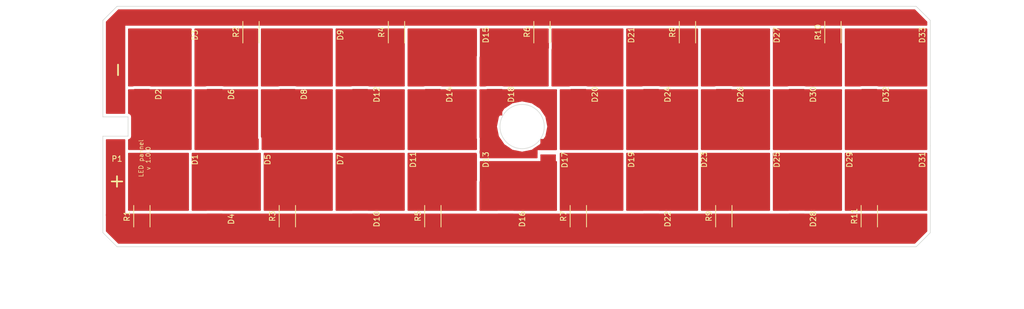
<source format=kicad_pcb>
(kicad_pcb (version 4) (host pcbnew 0.201512231246+6403~40~ubuntu14.04.1-stable)

  (general
    (links 55)
    (no_connects 1)
    (area 72.000001 20 245 152.000001)
    (thickness 1.6)
    (drawings 21)
    (tracks 0)
    (zones 0)
    (modules 45)
    (nets 36)
  )

  (page A4)
  (layers
    (0 F.Cu signal)
    (31 B.Cu signal)
    (32 B.Adhes user)
    (33 F.Adhes user)
    (34 B.Paste user)
    (35 F.Paste user)
    (36 B.SilkS user)
    (37 F.SilkS user)
    (38 B.Mask user)
    (39 F.Mask user)
    (40 Dwgs.User user)
    (41 Cmts.User user)
    (42 Eco1.User user)
    (43 Eco2.User user)
    (44 Edge.Cuts user)
    (45 Margin user)
    (46 B.CrtYd user)
    (47 F.CrtYd user)
    (48 B.Fab user)
    (49 F.Fab user)
  )

  (setup
    (last_trace_width 0.25)
    (trace_clearance 0.2)
    (zone_clearance 0.5)
    (zone_45_only no)
    (trace_min 0.2)
    (segment_width 0.2)
    (edge_width 0.2)
    (via_size 0.6)
    (via_drill 0.4)
    (via_min_size 0.4)
    (via_min_drill 0.3)
    (uvia_size 0.3)
    (uvia_drill 0.1)
    (uvias_allowed no)
    (uvia_min_size 0.2)
    (uvia_min_drill 0.1)
    (pcb_text_width 0.3)
    (pcb_text_size 1.5 1.5)
    (mod_edge_width 0.15)
    (mod_text_size 1 1)
    (mod_text_width 0.15)
    (pad_size 1.524 1.524)
    (pad_drill 0.762)
    (pad_to_mask_clearance 0.2)
    (aux_axis_origin 0 0)
    (visible_elements FFFFFF7F)
    (pcbplotparams
      (layerselection 0x01080_00000001)
      (usegerberextensions false)
      (excludeedgelayer true)
      (linewidth 0.100000)
      (plotframeref false)
      (viasonmask false)
      (mode 1)
      (useauxorigin false)
      (hpglpennumber 1)
      (hpglpenspeed 20)
      (hpglpendiameter 15)
      (hpglpenoverlay 2)
      (psnegative false)
      (psa4output false)
      (plotreference false)
      (plotvalue false)
      (plotinvisibletext false)
      (padsonsilk false)
      (subtractmaskfromsilk false)
      (outputformat 1)
      (mirror false)
      (drillshape 0)
      (scaleselection 1)
      (outputdirectory gerbers/))
  )

  (net 0 "")
  (net 1 "Net-(D1-Pad1)")
  (net 2 "Net-(D1-Pad2)")
  (net 3 "Net-(D2-Pad2)")
  (net 4 GND)
  (net 5 "Net-(D4-Pad2)")
  (net 6 "Net-(D5-Pad2)")
  (net 7 "Net-(D7-Pad1)")
  (net 8 "Net-(D7-Pad2)")
  (net 9 "Net-(D8-Pad2)")
  (net 10 "Net-(D10-Pad2)")
  (net 11 "Net-(D11-Pad2)")
  (net 12 "Net-(D13-Pad1)")
  (net 13 "Net-(D13-Pad2)")
  (net 14 "Net-(D14-Pad2)")
  (net 15 "Net-(D16-Pad2)")
  (net 16 "Net-(D17-Pad2)")
  (net 17 "Net-(D19-Pad1)")
  (net 18 "Net-(D19-Pad2)")
  (net 19 "Net-(D20-Pad2)")
  (net 20 "Net-(D22-Pad2)")
  (net 21 "Net-(D23-Pad2)")
  (net 22 "Net-(D25-Pad1)")
  (net 23 "Net-(D25-Pad2)")
  (net 24 "Net-(D26-Pad2)")
  (net 25 "Net-(D28-Pad2)")
  (net 26 "Net-(D29-Pad2)")
  (net 27 "Net-(D31-Pad1)")
  (net 28 "Net-(D31-Pad2)")
  (net 29 "Net-(D32-Pad2)")
  (net 30 VCC)
  (net 31 "Net-(D6-Pad2)")
  (net 32 "Net-(D12-Pad2)")
  (net 33 "Net-(D18-Pad2)")
  (net 34 "Net-(D24-Pad2)")
  (net 35 "Net-(D30-Pad2)")

  (net_class Default "This is the default net class."
    (clearance 0.2)
    (trace_width 0.25)
    (via_dia 0.6)
    (via_drill 0.4)
    (uvia_dia 0.3)
    (uvia_drill 0.1)
    (add_net GND)
    (add_net "Net-(D1-Pad1)")
    (add_net "Net-(D1-Pad2)")
    (add_net "Net-(D10-Pad2)")
    (add_net "Net-(D11-Pad2)")
    (add_net "Net-(D12-Pad2)")
    (add_net "Net-(D13-Pad1)")
    (add_net "Net-(D13-Pad2)")
    (add_net "Net-(D14-Pad2)")
    (add_net "Net-(D16-Pad2)")
    (add_net "Net-(D17-Pad2)")
    (add_net "Net-(D18-Pad2)")
    (add_net "Net-(D19-Pad1)")
    (add_net "Net-(D19-Pad2)")
    (add_net "Net-(D2-Pad2)")
    (add_net "Net-(D20-Pad2)")
    (add_net "Net-(D22-Pad2)")
    (add_net "Net-(D23-Pad2)")
    (add_net "Net-(D24-Pad2)")
    (add_net "Net-(D25-Pad1)")
    (add_net "Net-(D25-Pad2)")
    (add_net "Net-(D26-Pad2)")
    (add_net "Net-(D28-Pad2)")
    (add_net "Net-(D29-Pad2)")
    (add_net "Net-(D30-Pad2)")
    (add_net "Net-(D31-Pad1)")
    (add_net "Net-(D31-Pad2)")
    (add_net "Net-(D32-Pad2)")
    (add_net "Net-(D4-Pad2)")
    (add_net "Net-(D5-Pad2)")
    (add_net "Net-(D6-Pad2)")
    (add_net "Net-(D7-Pad1)")
    (add_net "Net-(D7-Pad2)")
    (add_net "Net-(D8-Pad2)")
    (add_net VCC)
  )

  (module Resistors_SMD:R_2010 (layer F.Cu) (tedit 565C05E8) (tstamp 565AB4D7)
    (at 229.42856 58.974999 90)
    (descr "Resistor SMD 2010, reflow soldering, Vishay (see dcrcw.pdf)")
    (tags "resistor 2010")
    (path /565AC163)
    (attr smd)
    (fp_text reference R11 (at 0 -2.7 90) (layer F.SilkS)
      (effects (font (size 1 1) (thickness 0.15)))
    )
    (fp_text value R (at 0 2.7 90) (layer F.Fab)
      (effects (font (size 1 1) (thickness 0.15)))
    )
    (fp_line (start -3.25 -1.6) (end 3.25 -1.6) (layer F.CrtYd) (width 0.05))
    (fp_line (start -3.25 1.6) (end 3.25 1.6) (layer F.CrtYd) (width 0.05))
    (fp_line (start -3.25 -1.6) (end -3.25 1.6) (layer F.CrtYd) (width 0.05))
    (fp_line (start 3.25 -1.6) (end 3.25 1.6) (layer F.CrtYd) (width 0.05))
    (fp_line (start 1.95 1.475) (end -1.95 1.475) (layer F.SilkS) (width 0.15))
    (fp_line (start -1.95 -1.475) (end 1.95 -1.475) (layer F.SilkS) (width 0.15))
    (pad 1 smd rect (at -2.45 0 90) (size 1 2.5) (layers F.Cu F.Paste F.Mask)
      (net 30 VCC))
    (pad 2 smd rect (at 2.45 0 90) (size 1 2.5) (layers F.Cu F.Paste F.Mask)
      (net 27 "Net-(D31-Pad1)"))
    (model Resistors_SMD.3dshapes/R_2010.wrl
      (at (xyz 0 0 0))
      (scale (xyz 1 1 1))
      (rotate (xyz 0 0 0))
    )
  )

  (module Pin_Headers:Pin_Header_Angled_1x02 (layer F.Cu) (tedit 565ACBA5) (tstamp 565AC9EF)
    (at 93.5 42.5 180)
    (descr "Through hole pin header")
    (tags "pin header")
    (path /56578325)
    (fp_text reference P1 (at 0 -6.1 180) (layer F.SilkS)
      (effects (font (size 1 1) (thickness 0.15)))
    )
    (fp_text value CONN_01X02 (at 0 -4.1 180) (layer F.Fab)
      (effects (font (size 1 1) (thickness 0.15)))
    )
    (pad 1 smd rect (at 0 -6 180) (size 2 4) (layers F.Cu F.Paste F.Mask)
      (net 30 VCC))
    (pad 2 smd rect (at 0 6 180) (size 2 4) (layers F.Cu F.Paste F.Mask)
      (net 4 GND))
  )

  (module footprints:LED5730 (layer F.Cu) (tedit 565C054A) (tstamp 565766D9)
    (at 104.571428 26.2 90)
    (path /565757EE)
    (fp_text reference D3 (at 0 3 90) (layer F.SilkS)
      (effects (font (size 1 1) (thickness 0.15)))
    )
    (fp_text value LED (at 0 -3 90) (layer F.Fab)
      (effects (font (size 1 1) (thickness 0.15)))
    )
    (fp_line (start -2.35 -0.5) (end -1.35 -1.5) (layer F.Fab) (width 0.15))
    (fp_line (start 2.35 -1.5) (end 2.35 1.5) (layer F.Fab) (width 0.15))
    (fp_line (start -2.35 -1.5) (end -2.35 1.5) (layer F.Fab) (width 0.15))
    (fp_line (start -2.35 1.5) (end 2.35 1.5) (layer F.Fab) (width 0.15))
    (fp_line (start -2.35 -1.5) (end 2.35 -1.5) (layer F.Fab) (width 0.15))
    (pad 1 smd rect (at -1.4 0 90) (size 4.8 2.8) (layers F.Cu F.Paste F.Mask)
      (net 3 "Net-(D2-Pad2)"))
    (pad 2 smd rect (at 2.8 0 90) (size 2 2.8) (layers F.Cu F.Paste F.Mask)
      (net 4 GND))
    (model /home/miceuz/Xaltura/linear-dimmer/3d/LED5730.wrl
      (at (xyz 0 0 0))
      (scale (xyz 0.393701 0.393701 0.393701))
      (rotate (xyz 0 0 0))
    )
  )

  (module footprints:LED5730 (layer F.Cu) (tedit 565762B5) (tstamp 565766E4)
    (at 98 36.949999 90)
    (path /5657579F)
    (fp_text reference D2 (at 0 3 90) (layer F.SilkS)
      (effects (font (size 1 1) (thickness 0.15)))
    )
    (fp_text value LED (at 0 -3 90) (layer F.Fab)
      (effects (font (size 1 1) (thickness 0.15)))
    )
    (fp_line (start -2.35 -0.5) (end -1.35 -1.5) (layer F.Fab) (width 0.15))
    (fp_line (start 2.35 -1.5) (end 2.35 1.5) (layer F.Fab) (width 0.15))
    (fp_line (start -2.35 -1.5) (end -2.35 1.5) (layer F.Fab) (width 0.15))
    (fp_line (start -2.35 1.5) (end 2.35 1.5) (layer F.Fab) (width 0.15))
    (fp_line (start -2.35 -1.5) (end 2.35 -1.5) (layer F.Fab) (width 0.15))
    (pad 1 smd rect (at -1.4 0 90) (size 4.8 2.8) (layers F.Cu F.Paste F.Mask)
      (net 2 "Net-(D1-Pad2)"))
    (pad 2 smd rect (at 2.8 0 90) (size 2 2.8) (layers F.Cu F.Paste F.Mask)
      (net 3 "Net-(D2-Pad2)"))
    (model /home/miceuz/Xaltura/linear-dimmer/3d/LED5730.wrl
      (at (xyz 0 0 0))
      (scale (xyz 0.393701 0.393701 0.393701))
      (rotate (xyz 0 0 0))
    )
  )

  (module footprints:LED5730 (layer F.Cu) (tedit 565C053F) (tstamp 565766EF)
    (at 104.571428 48.749998 90)
    (path /5657574F)
    (fp_text reference D1 (at 0 3 90) (layer F.SilkS)
      (effects (font (size 1 1) (thickness 0.15)))
    )
    (fp_text value LED (at 0 -3 90) (layer F.Fab)
      (effects (font (size 1 1) (thickness 0.15)))
    )
    (fp_line (start -2.35 -0.5) (end -1.35 -1.5) (layer F.Fab) (width 0.15))
    (fp_line (start 2.35 -1.5) (end 2.35 1.5) (layer F.Fab) (width 0.15))
    (fp_line (start -2.35 -1.5) (end -2.35 1.5) (layer F.Fab) (width 0.15))
    (fp_line (start -2.35 1.5) (end 2.35 1.5) (layer F.Fab) (width 0.15))
    (fp_line (start -2.35 -1.5) (end 2.35 -1.5) (layer F.Fab) (width 0.15))
    (pad 1 smd rect (at -1.4 0 90) (size 4.8 2.8) (layers F.Cu F.Paste F.Mask)
      (net 1 "Net-(D1-Pad1)"))
    (pad 2 smd rect (at 2.8 0 90) (size 2 2.8) (layers F.Cu F.Paste F.Mask)
      (net 2 "Net-(D1-Pad2)"))
    (model /home/miceuz/Xaltura/linear-dimmer/3d/LED5730.wrl
      (at (xyz 0 0 0))
      (scale (xyz 0.393701 0.393701 0.393701))
      (rotate (xyz 0 0 0))
    )
  )

  (module footprints:LED5730 (layer F.Cu) (tedit 565C060A) (tstamp 565766FA)
    (at 130.85714 26.2 90)
    (path /565758DC)
    (fp_text reference D9 (at 0 3 90) (layer F.SilkS)
      (effects (font (size 1 1) (thickness 0.15)))
    )
    (fp_text value LED (at 0 -3 90) (layer F.Fab)
      (effects (font (size 1 1) (thickness 0.15)))
    )
    (fp_line (start -2.35 -0.5) (end -1.35 -1.5) (layer F.Fab) (width 0.15))
    (fp_line (start 2.35 -1.5) (end 2.35 1.5) (layer F.Fab) (width 0.15))
    (fp_line (start -2.35 -1.5) (end -2.35 1.5) (layer F.Fab) (width 0.15))
    (fp_line (start -2.35 1.5) (end 2.35 1.5) (layer F.Fab) (width 0.15))
    (fp_line (start -2.35 -1.5) (end 2.35 -1.5) (layer F.Fab) (width 0.15))
    (pad 1 smd rect (at -1.4 0 90) (size 4.8 2.8) (layers F.Cu F.Paste F.Mask)
      (net 9 "Net-(D8-Pad2)"))
    (pad 2 smd rect (at 2.8 0 90) (size 2 2.8) (layers F.Cu F.Paste F.Mask)
      (net 4 GND))
    (model /home/miceuz/Xaltura/linear-dimmer/3d/LED5730.wrl
      (at (xyz 0 0 0))
      (scale (xyz 0.393701 0.393701 0.393701))
      (rotate (xyz 0 0 0))
    )
  )

  (module footprints:LED5730 (layer F.Cu) (tedit 565C0886) (tstamp 56576705)
    (at 111.142856 36.949999 90)
    (path /56575864)
    (fp_text reference D6 (at 0 3 90) (layer F.SilkS)
      (effects (font (size 1 1) (thickness 0.15)))
    )
    (fp_text value LED (at 0 -3 90) (layer F.Fab)
      (effects (font (size 1 1) (thickness 0.15)))
    )
    (fp_line (start -2.35 -0.5) (end -1.35 -1.5) (layer F.Fab) (width 0.15))
    (fp_line (start 2.35 -1.5) (end 2.35 1.5) (layer F.Fab) (width 0.15))
    (fp_line (start -2.35 -1.5) (end -2.35 1.5) (layer F.Fab) (width 0.15))
    (fp_line (start -2.35 1.5) (end 2.35 1.5) (layer F.Fab) (width 0.15))
    (fp_line (start -2.35 -1.5) (end 2.35 -1.5) (layer F.Fab) (width 0.15))
    (pad 1 smd rect (at -1.4 0 90) (size 4.8 2.8) (layers F.Cu F.Paste F.Mask)
      (net 6 "Net-(D5-Pad2)"))
    (pad 2 smd rect (at 2.8 0 90) (size 2 2.8) (layers F.Cu F.Paste F.Mask)
      (net 31 "Net-(D6-Pad2)"))
    (model /home/miceuz/Xaltura/linear-dimmer/3d/LED5730.wrl
      (at (xyz 0 0 0))
      (scale (xyz 0.3937007874015748 0.3937007874015748 0.3937007874015748))
      (rotate (xyz 0 0 0))
    )
  )

  (module footprints:LED5730 (layer F.Cu) (tedit 565C0581) (tstamp 56576710)
    (at 117.714284 48.749998 90)
    (path /5657585E)
    (fp_text reference D5 (at 0 3 90) (layer F.SilkS)
      (effects (font (size 1 1) (thickness 0.15)))
    )
    (fp_text value LED (at 0 -3 90) (layer F.Fab)
      (effects (font (size 1 1) (thickness 0.15)))
    )
    (fp_line (start -2.35 -0.5) (end -1.35 -1.5) (layer F.Fab) (width 0.15))
    (fp_line (start 2.35 -1.5) (end 2.35 1.5) (layer F.Fab) (width 0.15))
    (fp_line (start -2.35 -1.5) (end -2.35 1.5) (layer F.Fab) (width 0.15))
    (fp_line (start -2.35 1.5) (end 2.35 1.5) (layer F.Fab) (width 0.15))
    (fp_line (start -2.35 -1.5) (end 2.35 -1.5) (layer F.Fab) (width 0.15))
    (pad 1 smd rect (at -1.4 0 90) (size 4.8 2.8) (layers F.Cu F.Paste F.Mask)
      (net 5 "Net-(D4-Pad2)"))
    (pad 2 smd rect (at 2.8 0 90) (size 2 2.8) (layers F.Cu F.Paste F.Mask)
      (net 6 "Net-(D5-Pad2)"))
    (model /home/miceuz/Xaltura/linear-dimmer/3d/LED5730.wrl
      (at (xyz 0 0 0))
      (scale (xyz 0.393701 0.393701 0.393701))
      (rotate (xyz 0 0 0))
    )
  )

  (module footprints:LED5730 (layer F.Cu) (tedit 565C0639) (tstamp 5657671B)
    (at 157.142852 26.2 90)
    (path /56575AA1)
    (fp_text reference D15 (at 0 3 90) (layer F.SilkS)
      (effects (font (size 1 1) (thickness 0.15)))
    )
    (fp_text value LED (at 0 -3 90) (layer F.Fab)
      (effects (font (size 1 1) (thickness 0.15)))
    )
    (fp_line (start -2.35 -0.5) (end -1.35 -1.5) (layer F.Fab) (width 0.15))
    (fp_line (start 2.35 -1.5) (end 2.35 1.5) (layer F.Fab) (width 0.15))
    (fp_line (start -2.35 -1.5) (end -2.35 1.5) (layer F.Fab) (width 0.15))
    (fp_line (start -2.35 1.5) (end 2.35 1.5) (layer F.Fab) (width 0.15))
    (fp_line (start -2.35 -1.5) (end 2.35 -1.5) (layer F.Fab) (width 0.15))
    (pad 1 smd rect (at -1.4 0 90) (size 4.8 2.8) (layers F.Cu F.Paste F.Mask)
      (net 14 "Net-(D14-Pad2)"))
    (pad 2 smd rect (at 2.8 0 90) (size 2 2.8) (layers F.Cu F.Paste F.Mask)
      (net 4 GND))
    (model /home/miceuz/Xaltura/linear-dimmer/3d/LED5730.wrl
      (at (xyz 0 0 0))
      (scale (xyz 0.393701 0.393701 0.393701))
      (rotate (xyz 0 0 0))
    )
  )

  (module footprints:LED5730 (layer F.Cu) (tedit 565762B5) (tstamp 56576726)
    (at 124.285712 36.949999 90)
    (path /565758D6)
    (fp_text reference D8 (at 0 3 90) (layer F.SilkS)
      (effects (font (size 1 1) (thickness 0.15)))
    )
    (fp_text value LED (at 0 -3 90) (layer F.Fab)
      (effects (font (size 1 1) (thickness 0.15)))
    )
    (fp_line (start -2.35 -0.5) (end -1.35 -1.5) (layer F.Fab) (width 0.15))
    (fp_line (start 2.35 -1.5) (end 2.35 1.5) (layer F.Fab) (width 0.15))
    (fp_line (start -2.35 -1.5) (end -2.35 1.5) (layer F.Fab) (width 0.15))
    (fp_line (start -2.35 1.5) (end 2.35 1.5) (layer F.Fab) (width 0.15))
    (fp_line (start -2.35 -1.5) (end 2.35 -1.5) (layer F.Fab) (width 0.15))
    (pad 1 smd rect (at -1.4 0 90) (size 4.8 2.8) (layers F.Cu F.Paste F.Mask)
      (net 8 "Net-(D7-Pad2)"))
    (pad 2 smd rect (at 2.8 0 90) (size 2 2.8) (layers F.Cu F.Paste F.Mask)
      (net 9 "Net-(D8-Pad2)"))
    (model /home/miceuz/Xaltura/linear-dimmer/3d/LED5730.wrl
      (at (xyz 0 0 0))
      (scale (xyz 0.393701 0.393701 0.393701))
      (rotate (xyz 0 0 0))
    )
  )

  (module footprints:LED5730 (layer F.Cu) (tedit 565C088B) (tstamp 56576731)
    (at 111.142856 59.499998 90)
    (path /56575858)
    (fp_text reference D4 (at 0 3 90) (layer F.SilkS)
      (effects (font (size 1 1) (thickness 0.15)))
    )
    (fp_text value LED (at 0 -3 90) (layer F.Fab)
      (effects (font (size 1 1) (thickness 0.15)))
    )
    (fp_line (start -2.35 -0.5) (end -1.35 -1.5) (layer F.Fab) (width 0.15))
    (fp_line (start 2.35 -1.5) (end 2.35 1.5) (layer F.Fab) (width 0.15))
    (fp_line (start -2.35 -1.5) (end -2.35 1.5) (layer F.Fab) (width 0.15))
    (fp_line (start -2.35 1.5) (end 2.35 1.5) (layer F.Fab) (width 0.15))
    (fp_line (start -2.35 -1.5) (end 2.35 -1.5) (layer F.Fab) (width 0.15))
    (pad 1 smd rect (at -1.4 0 90) (size 4.8 2.8) (layers F.Cu F.Paste F.Mask)
      (net 30 VCC))
    (pad 2 smd rect (at 2.8 0 90) (size 2 2.8) (layers F.Cu F.Paste F.Mask)
      (net 5 "Net-(D4-Pad2)"))
    (model /home/miceuz/Xaltura/linear-dimmer/3d/LED5730.wrl
      (at (xyz 0 0 0))
      (scale (xyz 0.3937007874015748 0.3937007874015748 0.3937007874015748))
      (rotate (xyz 0 0 0))
    )
  )

  (module footprints:LED5730 (layer F.Cu) (tedit 565C0790) (tstamp 5657673C)
    (at 183.428564 26.2 90)
    (path /565763C5)
    (fp_text reference D21 (at 0 3 90) (layer F.SilkS)
      (effects (font (size 1 1) (thickness 0.15)))
    )
    (fp_text value LED (at 0 -3 90) (layer F.Fab)
      (effects (font (size 1 1) (thickness 0.15)))
    )
    (fp_line (start -2.35 -0.5) (end -1.35 -1.5) (layer F.Fab) (width 0.15))
    (fp_line (start 2.35 -1.5) (end 2.35 1.5) (layer F.Fab) (width 0.15))
    (fp_line (start -2.35 -1.5) (end -2.35 1.5) (layer F.Fab) (width 0.15))
    (fp_line (start -2.35 1.5) (end 2.35 1.5) (layer F.Fab) (width 0.15))
    (fp_line (start -2.35 -1.5) (end 2.35 -1.5) (layer F.Fab) (width 0.15))
    (pad 1 smd rect (at -1.4 0 90) (size 4.8 2.8) (layers F.Cu F.Paste F.Mask)
      (net 19 "Net-(D20-Pad2)"))
    (pad 2 smd rect (at 2.8 0 90) (size 2 2.8) (layers F.Cu F.Paste F.Mask)
      (net 4 GND))
    (model /home/miceuz/Xaltura/linear-dimmer/3d/LED5730.wrl
      (at (xyz 0 0 0))
      (scale (xyz 0.393701 0.393701 0.393701))
      (rotate (xyz 0 0 0))
    )
  )

  (module footprints:LED5730 (layer F.Cu) (tedit 565C0907) (tstamp 56576747)
    (at 137.428568 36.949999 90)
    (path /56575A8F)
    (fp_text reference D12 (at 0 3 90) (layer F.SilkS)
      (effects (font (size 1 1) (thickness 0.15)))
    )
    (fp_text value LED (at 0 -3 90) (layer F.Fab)
      (effects (font (size 1 1) (thickness 0.15)))
    )
    (fp_line (start -2.35 -0.5) (end -1.35 -1.5) (layer F.Fab) (width 0.15))
    (fp_line (start 2.35 -1.5) (end 2.35 1.5) (layer F.Fab) (width 0.15))
    (fp_line (start -2.35 -1.5) (end -2.35 1.5) (layer F.Fab) (width 0.15))
    (fp_line (start -2.35 1.5) (end 2.35 1.5) (layer F.Fab) (width 0.15))
    (fp_line (start -2.35 -1.5) (end 2.35 -1.5) (layer F.Fab) (width 0.15))
    (pad 1 smd rect (at -1.4 0 90) (size 4.8 2.8) (layers F.Cu F.Paste F.Mask)
      (net 11 "Net-(D11-Pad2)"))
    (pad 2 smd rect (at 2.8 0 90) (size 2 2.8) (layers F.Cu F.Paste F.Mask)
      (net 32 "Net-(D12-Pad2)"))
    (model /home/miceuz/Xaltura/linear-dimmer/3d/LED5730.wrl
      (at (xyz 0 0 0))
      (scale (xyz 0.3937007874015748 0.3937007874015748 0.3937007874015748))
      (rotate (xyz 0 0 0))
    )
  )

  (module footprints:LED5730 (layer F.Cu) (tedit 565C05FB) (tstamp 56576752)
    (at 130.85714 48.749998 90)
    (path /565758D0)
    (fp_text reference D7 (at 0 3 90) (layer F.SilkS)
      (effects (font (size 1 1) (thickness 0.15)))
    )
    (fp_text value LED (at 0 -3 90) (layer F.Fab)
      (effects (font (size 1 1) (thickness 0.15)))
    )
    (fp_line (start -2.35 -0.5) (end -1.35 -1.5) (layer F.Fab) (width 0.15))
    (fp_line (start 2.35 -1.5) (end 2.35 1.5) (layer F.Fab) (width 0.15))
    (fp_line (start -2.35 -1.5) (end -2.35 1.5) (layer F.Fab) (width 0.15))
    (fp_line (start -2.35 1.5) (end 2.35 1.5) (layer F.Fab) (width 0.15))
    (fp_line (start -2.35 -1.5) (end 2.35 -1.5) (layer F.Fab) (width 0.15))
    (pad 1 smd rect (at -1.4 0 90) (size 4.8 2.8) (layers F.Cu F.Paste F.Mask)
      (net 7 "Net-(D7-Pad1)"))
    (pad 2 smd rect (at 2.8 0 90) (size 2 2.8) (layers F.Cu F.Paste F.Mask)
      (net 8 "Net-(D7-Pad2)"))
    (model /home/miceuz/Xaltura/linear-dimmer/3d/LED5730.wrl
      (at (xyz 0 0 0))
      (scale (xyz 0.393701 0.393701 0.393701))
      (rotate (xyz 0 0 0))
    )
  )

  (module footprints:LED5730 (layer F.Cu) (tedit 565C0633) (tstamp 5657675D)
    (at 150.571424 36.949999 90)
    (path /56575A9B)
    (fp_text reference D14 (at 0 3 90) (layer F.SilkS)
      (effects (font (size 1 1) (thickness 0.15)))
    )
    (fp_text value LED (at 0 -3 90) (layer F.Fab)
      (effects (font (size 1 1) (thickness 0.15)))
    )
    (fp_line (start -2.35 -0.5) (end -1.35 -1.5) (layer F.Fab) (width 0.15))
    (fp_line (start 2.35 -1.5) (end 2.35 1.5) (layer F.Fab) (width 0.15))
    (fp_line (start -2.35 -1.5) (end -2.35 1.5) (layer F.Fab) (width 0.15))
    (fp_line (start -2.35 1.5) (end 2.35 1.5) (layer F.Fab) (width 0.15))
    (fp_line (start -2.35 -1.5) (end 2.35 -1.5) (layer F.Fab) (width 0.15))
    (pad 1 smd rect (at -1.4 0 90) (size 4.8 2.8) (layers F.Cu F.Paste F.Mask)
      (net 13 "Net-(D13-Pad2)"))
    (pad 2 smd rect (at 2.8 0 90) (size 2 2.8) (layers F.Cu F.Paste F.Mask)
      (net 14 "Net-(D14-Pad2)"))
    (model /home/miceuz/Xaltura/linear-dimmer/3d/LED5730.wrl
      (at (xyz 0 0 0))
      (scale (xyz 0.393701 0.393701 0.393701))
      (rotate (xyz 0 0 0))
    )
  )

  (module footprints:LED5730 (layer F.Cu) (tedit 565C0618) (tstamp 56576768)
    (at 143.999996 48.749998 90)
    (path /56575A89)
    (fp_text reference D11 (at 0 3 90) (layer F.SilkS)
      (effects (font (size 1 1) (thickness 0.15)))
    )
    (fp_text value LED (at 0 -3 90) (layer F.Fab)
      (effects (font (size 1 1) (thickness 0.15)))
    )
    (fp_line (start -2.35 -0.5) (end -1.35 -1.5) (layer F.Fab) (width 0.15))
    (fp_line (start 2.35 -1.5) (end 2.35 1.5) (layer F.Fab) (width 0.15))
    (fp_line (start -2.35 -1.5) (end -2.35 1.5) (layer F.Fab) (width 0.15))
    (fp_line (start -2.35 1.5) (end 2.35 1.5) (layer F.Fab) (width 0.15))
    (fp_line (start -2.35 -1.5) (end 2.35 -1.5) (layer F.Fab) (width 0.15))
    (pad 1 smd rect (at -1.4 0 90) (size 4.8 2.8) (layers F.Cu F.Paste F.Mask)
      (net 10 "Net-(D10-Pad2)"))
    (pad 2 smd rect (at 2.8 0 90) (size 2 2.8) (layers F.Cu F.Paste F.Mask)
      (net 11 "Net-(D11-Pad2)"))
    (model /home/miceuz/Xaltura/linear-dimmer/3d/LED5730.wrl
      (at (xyz 0 0 0))
      (scale (xyz 0.393701 0.393701 0.393701))
      (rotate (xyz 0 0 0))
    )
  )

  (module footprints:LED5730 (layer F.Cu) (tedit 565C090B) (tstamp 56576773)
    (at 137.428568 59.499998 90)
    (path /56575A83)
    (fp_text reference D10 (at 0 3 90) (layer F.SilkS)
      (effects (font (size 1 1) (thickness 0.15)))
    )
    (fp_text value LED (at 0 -3 90) (layer F.Fab)
      (effects (font (size 1 1) (thickness 0.15)))
    )
    (fp_line (start -2.35 -0.5) (end -1.35 -1.5) (layer F.Fab) (width 0.15))
    (fp_line (start 2.35 -1.5) (end 2.35 1.5) (layer F.Fab) (width 0.15))
    (fp_line (start -2.35 -1.5) (end -2.35 1.5) (layer F.Fab) (width 0.15))
    (fp_line (start -2.35 1.5) (end 2.35 1.5) (layer F.Fab) (width 0.15))
    (fp_line (start -2.35 -1.5) (end 2.35 -1.5) (layer F.Fab) (width 0.15))
    (pad 1 smd rect (at -1.4 0 90) (size 4.8 2.8) (layers F.Cu F.Paste F.Mask)
      (net 30 VCC))
    (pad 2 smd rect (at 2.8 0 90) (size 2 2.8) (layers F.Cu F.Paste F.Mask)
      (net 10 "Net-(D10-Pad2)"))
    (model /home/miceuz/Xaltura/linear-dimmer/3d/LED5730.wrl
      (at (xyz 0 0 0))
      (scale (xyz 0.393701 0.393701 0.393701))
      (rotate (xyz 0 0 0))
    )
  )

  (module footprints:LED5730 (layer F.Cu) (tedit 565C07B8) (tstamp 5657677E)
    (at 209.714276 26.2 90)
    (path /565763E9)
    (fp_text reference D27 (at 0 3 90) (layer F.SilkS)
      (effects (font (size 1 1) (thickness 0.15)))
    )
    (fp_text value LED (at 0 -3 90) (layer F.Fab)
      (effects (font (size 1 1) (thickness 0.15)))
    )
    (fp_line (start -2.35 -0.5) (end -1.35 -1.5) (layer F.Fab) (width 0.15))
    (fp_line (start 2.35 -1.5) (end 2.35 1.5) (layer F.Fab) (width 0.15))
    (fp_line (start -2.35 -1.5) (end -2.35 1.5) (layer F.Fab) (width 0.15))
    (fp_line (start -2.35 1.5) (end 2.35 1.5) (layer F.Fab) (width 0.15))
    (fp_line (start -2.35 -1.5) (end 2.35 -1.5) (layer F.Fab) (width 0.15))
    (pad 1 smd rect (at -1.4 0 90) (size 4.8 2.8) (layers F.Cu F.Paste F.Mask)
      (net 24 "Net-(D26-Pad2)"))
    (pad 2 smd rect (at 2.8 0 90) (size 2 2.8) (layers F.Cu F.Paste F.Mask)
      (net 4 GND))
    (model /home/miceuz/Xaltura/linear-dimmer/3d/LED5730.wrl
      (at (xyz 0 0 0))
      (scale (xyz 0.393701 0.393701 0.393701))
      (rotate (xyz 0 0 0))
    )
  )

  (module footprints:LED5730 (layer F.Cu) (tedit 565C093B) (tstamp 56576789)
    (at 161.71428 36.949999 90)
    (path /56575AB3)
    (fp_text reference D18 (at 0 3 90) (layer F.SilkS)
      (effects (font (size 1 1) (thickness 0.15)))
    )
    (fp_text value LED (at 0 -3 90) (layer F.Fab)
      (effects (font (size 1 1) (thickness 0.15)))
    )
    (fp_line (start -2.35 -0.5) (end -1.35 -1.5) (layer F.Fab) (width 0.15))
    (fp_line (start 2.35 -1.5) (end 2.35 1.5) (layer F.Fab) (width 0.15))
    (fp_line (start -2.35 -1.5) (end -2.35 1.5) (layer F.Fab) (width 0.15))
    (fp_line (start -2.35 1.5) (end 2.35 1.5) (layer F.Fab) (width 0.15))
    (fp_line (start -2.35 -1.5) (end 2.35 -1.5) (layer F.Fab) (width 0.15))
    (pad 1 smd rect (at -1.4 0 90) (size 4.8 2.8) (layers F.Cu F.Paste F.Mask)
      (net 16 "Net-(D17-Pad2)"))
    (pad 2 smd rect (at 2.8 0 90) (size 2 2.8) (layers F.Cu F.Paste F.Mask)
      (net 33 "Net-(D18-Pad2)"))
    (model /home/miceuz/Xaltura/linear-dimmer/3d/LED5730.wrl
      (at (xyz 0 0 0))
      (scale (xyz 0.393701 0.393701 0.393701))
      (rotate (xyz 0 0 0))
    )
  )

  (module footprints:LED5730 (layer F.Cu) (tedit 565C062B) (tstamp 56576794)
    (at 157.142852 48.749998 90)
    (path /56575A95)
    (fp_text reference D13 (at 0 3 90) (layer F.SilkS)
      (effects (font (size 1 1) (thickness 0.15)))
    )
    (fp_text value LED (at 0 -3 90) (layer F.Fab)
      (effects (font (size 1 1) (thickness 0.15)))
    )
    (fp_line (start -2.35 -0.5) (end -1.35 -1.5) (layer F.Fab) (width 0.15))
    (fp_line (start 2.35 -1.5) (end 2.35 1.5) (layer F.Fab) (width 0.15))
    (fp_line (start -2.35 -1.5) (end -2.35 1.5) (layer F.Fab) (width 0.15))
    (fp_line (start -2.35 1.5) (end 2.35 1.5) (layer F.Fab) (width 0.15))
    (fp_line (start -2.35 -1.5) (end 2.35 -1.5) (layer F.Fab) (width 0.15))
    (pad 1 smd rect (at -1.4 0 90) (size 4.8 2.8) (layers F.Cu F.Paste F.Mask)
      (net 12 "Net-(D13-Pad1)"))
    (pad 2 smd rect (at 2.8 0 90) (size 2 2.8) (layers F.Cu F.Paste F.Mask)
      (net 13 "Net-(D13-Pad2)"))
    (model /home/miceuz/Xaltura/linear-dimmer/3d/LED5730.wrl
      (at (xyz 0 0 0))
      (scale (xyz 0.393701 0.393701 0.393701))
      (rotate (xyz 0 0 0))
    )
  )

  (module footprints:LED5730 (layer F.Cu) (tedit 565C078B) (tstamp 5657679F)
    (at 176.857136 36.949999 90)
    (path /565763BF)
    (fp_text reference D20 (at 0 3 90) (layer F.SilkS)
      (effects (font (size 1 1) (thickness 0.15)))
    )
    (fp_text value LED (at 0 -3 90) (layer F.Fab)
      (effects (font (size 1 1) (thickness 0.15)))
    )
    (fp_line (start -2.35 -0.5) (end -1.35 -1.5) (layer F.Fab) (width 0.15))
    (fp_line (start 2.35 -1.5) (end 2.35 1.5) (layer F.Fab) (width 0.15))
    (fp_line (start -2.35 -1.5) (end -2.35 1.5) (layer F.Fab) (width 0.15))
    (fp_line (start -2.35 1.5) (end 2.35 1.5) (layer F.Fab) (width 0.15))
    (fp_line (start -2.35 -1.5) (end 2.35 -1.5) (layer F.Fab) (width 0.15))
    (pad 1 smd rect (at -1.4 0 90) (size 4.8 2.8) (layers F.Cu F.Paste F.Mask)
      (net 18 "Net-(D19-Pad2)"))
    (pad 2 smd rect (at 2.8 0 90) (size 2 2.8) (layers F.Cu F.Paste F.Mask)
      (net 19 "Net-(D20-Pad2)"))
    (model /home/miceuz/Xaltura/linear-dimmer/3d/LED5730.wrl
      (at (xyz 0 0 0))
      (scale (xyz 0.393701 0.393701 0.393701))
      (rotate (xyz 0 0 0))
    )
  )

  (module footprints:LED5730 (layer F.Cu) (tedit 565C0777) (tstamp 565767AA)
    (at 171.4 48.8 90)
    (path /56575AAD)
    (fp_text reference D17 (at 0 3 90) (layer F.SilkS)
      (effects (font (size 1 1) (thickness 0.15)))
    )
    (fp_text value LED (at 0 -3 90) (layer F.Fab)
      (effects (font (size 1 1) (thickness 0.15)))
    )
    (fp_line (start -2.35 -0.5) (end -1.35 -1.5) (layer F.Fab) (width 0.15))
    (fp_line (start 2.35 -1.5) (end 2.35 1.5) (layer F.Fab) (width 0.15))
    (fp_line (start -2.35 -1.5) (end -2.35 1.5) (layer F.Fab) (width 0.15))
    (fp_line (start -2.35 1.5) (end 2.35 1.5) (layer F.Fab) (width 0.15))
    (fp_line (start -2.35 -1.5) (end 2.35 -1.5) (layer F.Fab) (width 0.15))
    (pad 1 smd rect (at -1.4 0 90) (size 4.8 2.8) (layers F.Cu F.Paste F.Mask)
      (net 15 "Net-(D16-Pad2)"))
    (pad 2 smd rect (at 2.8 0 90) (size 2 2.8) (layers F.Cu F.Paste F.Mask)
      (net 16 "Net-(D17-Pad2)"))
    (model /home/miceuz/Xaltura/linear-dimmer/3d/LED5730.wrl
      (at (xyz 0 0 0))
      (scale (xyz 0.393701 0.393701 0.393701))
      (rotate (xyz 0 0 0))
    )
  )

  (module footprints:LED5730 (layer F.Cu) (tedit 565C093F) (tstamp 565767B5)
    (at 163.71428 59.499998 90)
    (path /56575AA7)
    (fp_text reference D16 (at 0 3 90) (layer F.SilkS)
      (effects (font (size 1 1) (thickness 0.15)))
    )
    (fp_text value LED (at 0 -3 90) (layer F.Fab)
      (effects (font (size 1 1) (thickness 0.15)))
    )
    (fp_line (start -2.35 -0.5) (end -1.35 -1.5) (layer F.Fab) (width 0.15))
    (fp_line (start 2.35 -1.5) (end 2.35 1.5) (layer F.Fab) (width 0.15))
    (fp_line (start -2.35 -1.5) (end -2.35 1.5) (layer F.Fab) (width 0.15))
    (fp_line (start -2.35 1.5) (end 2.35 1.5) (layer F.Fab) (width 0.15))
    (fp_line (start -2.35 -1.5) (end 2.35 -1.5) (layer F.Fab) (width 0.15))
    (pad 1 smd rect (at -1.4 0 90) (size 4.8 2.8) (layers F.Cu F.Paste F.Mask)
      (net 30 VCC))
    (pad 2 smd rect (at 2.8 0 90) (size 2 2.8) (layers F.Cu F.Paste F.Mask)
      (net 15 "Net-(D16-Pad2)"))
    (model /home/miceuz/Xaltura/linear-dimmer/3d/LED5730.wrl
      (at (xyz 0 0 0))
      (scale (xyz 0.393701 0.393701 0.393701))
      (rotate (xyz 0 0 0))
    )
  )

  (module footprints:LED5730 (layer F.Cu) (tedit 565C07E0) (tstamp 565767C0)
    (at 235.999988 26.2 90)
    (path /5657640D)
    (fp_text reference D33 (at 0 3 90) (layer F.SilkS)
      (effects (font (size 1 1) (thickness 0.15)))
    )
    (fp_text value LED (at 0 -3 90) (layer F.Fab)
      (effects (font (size 1 1) (thickness 0.15)))
    )
    (fp_line (start -2.35 -0.5) (end -1.35 -1.5) (layer F.Fab) (width 0.15))
    (fp_line (start 2.35 -1.5) (end 2.35 1.5) (layer F.Fab) (width 0.15))
    (fp_line (start -2.35 -1.5) (end -2.35 1.5) (layer F.Fab) (width 0.15))
    (fp_line (start -2.35 1.5) (end 2.35 1.5) (layer F.Fab) (width 0.15))
    (fp_line (start -2.35 -1.5) (end 2.35 -1.5) (layer F.Fab) (width 0.15))
    (pad 1 smd rect (at -1.4 0 90) (size 4.8 2.8) (layers F.Cu F.Paste F.Mask)
      (net 29 "Net-(D32-Pad2)"))
    (pad 2 smd rect (at 2.8 0 90) (size 2 2.8) (layers F.Cu F.Paste F.Mask)
      (net 4 GND))
    (model /home/miceuz/Xaltura/linear-dimmer/3d/LED5730.wrl
      (at (xyz 0 0 0))
      (scale (xyz 0.393701 0.393701 0.393701))
      (rotate (xyz 0 0 0))
    )
  )

  (module footprints:LED5730 (layer F.Cu) (tedit 565C0962) (tstamp 565767CB)
    (at 189.999992 36.949999 90)
    (path /565763D7)
    (fp_text reference D24 (at 0 3 90) (layer F.SilkS)
      (effects (font (size 1 1) (thickness 0.15)))
    )
    (fp_text value LED (at 0 -3 90) (layer F.Fab)
      (effects (font (size 1 1) (thickness 0.15)))
    )
    (fp_line (start -2.35 -0.5) (end -1.35 -1.5) (layer F.Fab) (width 0.15))
    (fp_line (start 2.35 -1.5) (end 2.35 1.5) (layer F.Fab) (width 0.15))
    (fp_line (start -2.35 -1.5) (end -2.35 1.5) (layer F.Fab) (width 0.15))
    (fp_line (start -2.35 1.5) (end 2.35 1.5) (layer F.Fab) (width 0.15))
    (fp_line (start -2.35 -1.5) (end 2.35 -1.5) (layer F.Fab) (width 0.15))
    (pad 1 smd rect (at -1.4 0 90) (size 4.8 2.8) (layers F.Cu F.Paste F.Mask)
      (net 21 "Net-(D23-Pad2)"))
    (pad 2 smd rect (at 2.8 0 90) (size 2 2.8) (layers F.Cu F.Paste F.Mask)
      (net 34 "Net-(D24-Pad2)"))
    (model /home/miceuz/Xaltura/linear-dimmer/3d/LED5730.wrl
      (at (xyz 0 0 0))
      (scale (xyz 0.393701 0.393701 0.393701))
      (rotate (xyz 0 0 0))
    )
  )

  (module footprints:LED5730 (layer F.Cu) (tedit 565C0787) (tstamp 565767D6)
    (at 183.428564 48.749998 90)
    (path /565763B9)
    (fp_text reference D19 (at 0 3 90) (layer F.SilkS)
      (effects (font (size 1 1) (thickness 0.15)))
    )
    (fp_text value LED (at 0 -3 90) (layer F.Fab)
      (effects (font (size 1 1) (thickness 0.15)))
    )
    (fp_line (start -2.35 -0.5) (end -1.35 -1.5) (layer F.Fab) (width 0.15))
    (fp_line (start 2.35 -1.5) (end 2.35 1.5) (layer F.Fab) (width 0.15))
    (fp_line (start -2.35 -1.5) (end -2.35 1.5) (layer F.Fab) (width 0.15))
    (fp_line (start -2.35 1.5) (end 2.35 1.5) (layer F.Fab) (width 0.15))
    (fp_line (start -2.35 -1.5) (end 2.35 -1.5) (layer F.Fab) (width 0.15))
    (pad 1 smd rect (at -1.4 0 90) (size 4.8 2.8) (layers F.Cu F.Paste F.Mask)
      (net 17 "Net-(D19-Pad1)"))
    (pad 2 smd rect (at 2.8 0 90) (size 2 2.8) (layers F.Cu F.Paste F.Mask)
      (net 18 "Net-(D19-Pad2)"))
    (model /home/miceuz/Xaltura/linear-dimmer/3d/LED5730.wrl
      (at (xyz 0 0 0))
      (scale (xyz 0.3937007874015748 0.3937007874015748 0.3937007874015748))
      (rotate (xyz 0 0 0))
    )
  )

  (module footprints:LED5730 (layer F.Cu) (tedit 565C07A0) (tstamp 565767EC)
    (at 196.57142 48.749998 90)
    (path /565763D1)
    (fp_text reference D23 (at 0 3 90) (layer F.SilkS)
      (effects (font (size 1 1) (thickness 0.15)))
    )
    (fp_text value LED (at 0 -3 90) (layer F.Fab)
      (effects (font (size 1 1) (thickness 0.15)))
    )
    (fp_line (start -2.35 -0.5) (end -1.35 -1.5) (layer F.Fab) (width 0.15))
    (fp_line (start 2.35 -1.5) (end 2.35 1.5) (layer F.Fab) (width 0.15))
    (fp_line (start -2.35 -1.5) (end -2.35 1.5) (layer F.Fab) (width 0.15))
    (fp_line (start -2.35 1.5) (end 2.35 1.5) (layer F.Fab) (width 0.15))
    (fp_line (start -2.35 -1.5) (end 2.35 -1.5) (layer F.Fab) (width 0.15))
    (pad 1 smd rect (at -1.4 0 90) (size 4.8 2.8) (layers F.Cu F.Paste F.Mask)
      (net 20 "Net-(D22-Pad2)"))
    (pad 2 smd rect (at 2.8 0 90) (size 2 2.8) (layers F.Cu F.Paste F.Mask)
      (net 21 "Net-(D23-Pad2)"))
    (model /home/miceuz/Xaltura/linear-dimmer/3d/LED5730.wrl
      (at (xyz 0 0 0))
      (scale (xyz 0.393701 0.393701 0.393701))
      (rotate (xyz 0 0 0))
    )
  )

  (module footprints:LED5730 (layer F.Cu) (tedit 565C0966) (tstamp 565767F7)
    (at 189.999992 59.499998 90)
    (path /565763CB)
    (fp_text reference D22 (at 0 3 90) (layer F.SilkS)
      (effects (font (size 1 1) (thickness 0.15)))
    )
    (fp_text value LED (at 0 -3 90) (layer F.Fab)
      (effects (font (size 1 1) (thickness 0.15)))
    )
    (fp_line (start -2.35 -0.5) (end -1.35 -1.5) (layer F.Fab) (width 0.15))
    (fp_line (start 2.35 -1.5) (end 2.35 1.5) (layer F.Fab) (width 0.15))
    (fp_line (start -2.35 -1.5) (end -2.35 1.5) (layer F.Fab) (width 0.15))
    (fp_line (start -2.35 1.5) (end 2.35 1.5) (layer F.Fab) (width 0.15))
    (fp_line (start -2.35 -1.5) (end 2.35 -1.5) (layer F.Fab) (width 0.15))
    (pad 1 smd rect (at -1.4 0 90) (size 4.8 2.8) (layers F.Cu F.Paste F.Mask)
      (net 30 VCC))
    (pad 2 smd rect (at 2.8 0 90) (size 2 2.8) (layers F.Cu F.Paste F.Mask)
      (net 20 "Net-(D22-Pad2)"))
    (model /home/miceuz/Xaltura/linear-dimmer/3d/LED5730.wrl
      (at (xyz 0 0 0))
      (scale (xyz 0.393701 0.393701 0.393701))
      (rotate (xyz 0 0 0))
    )
  )

  (module footprints:LED5730 (layer F.Cu) (tedit 565C07B4) (tstamp 5657680D)
    (at 203.142848 36.949999 90)
    (path /565763E3)
    (fp_text reference D26 (at 0 3 90) (layer F.SilkS)
      (effects (font (size 1 1) (thickness 0.15)))
    )
    (fp_text value LED (at 0 -3 90) (layer F.Fab)
      (effects (font (size 1 1) (thickness 0.15)))
    )
    (fp_line (start -2.35 -0.5) (end -1.35 -1.5) (layer F.Fab) (width 0.15))
    (fp_line (start 2.35 -1.5) (end 2.35 1.5) (layer F.Fab) (width 0.15))
    (fp_line (start -2.35 -1.5) (end -2.35 1.5) (layer F.Fab) (width 0.15))
    (fp_line (start -2.35 1.5) (end 2.35 1.5) (layer F.Fab) (width 0.15))
    (fp_line (start -2.35 -1.5) (end 2.35 -1.5) (layer F.Fab) (width 0.15))
    (pad 1 smd rect (at -1.4 0 90) (size 4.8 2.8) (layers F.Cu F.Paste F.Mask)
      (net 23 "Net-(D25-Pad2)"))
    (pad 2 smd rect (at 2.8 0 90) (size 2 2.8) (layers F.Cu F.Paste F.Mask)
      (net 24 "Net-(D26-Pad2)"))
    (model /home/miceuz/Xaltura/linear-dimmer/3d/LED5730.wrl
      (at (xyz 0 0 0))
      (scale (xyz 0.393701 0.393701 0.393701))
      (rotate (xyz 0 0 0))
    )
  )

  (module footprints:LED5730 (layer F.Cu) (tedit 565C07B0) (tstamp 56576818)
    (at 209.714276 48.749998 90)
    (path /565763DD)
    (fp_text reference D25 (at 0 3 90) (layer F.SilkS)
      (effects (font (size 1 1) (thickness 0.15)))
    )
    (fp_text value LED (at 0 -3 90) (layer F.Fab)
      (effects (font (size 1 1) (thickness 0.15)))
    )
    (fp_line (start -2.35 -0.5) (end -1.35 -1.5) (layer F.Fab) (width 0.15))
    (fp_line (start 2.35 -1.5) (end 2.35 1.5) (layer F.Fab) (width 0.15))
    (fp_line (start -2.35 -1.5) (end -2.35 1.5) (layer F.Fab) (width 0.15))
    (fp_line (start -2.35 1.5) (end 2.35 1.5) (layer F.Fab) (width 0.15))
    (fp_line (start -2.35 -1.5) (end 2.35 -1.5) (layer F.Fab) (width 0.15))
    (pad 1 smd rect (at -1.4 0 90) (size 4.8 2.8) (layers F.Cu F.Paste F.Mask)
      (net 22 "Net-(D25-Pad1)"))
    (pad 2 smd rect (at 2.8 0 90) (size 2 2.8) (layers F.Cu F.Paste F.Mask)
      (net 23 "Net-(D25-Pad2)"))
    (model /home/miceuz/Xaltura/linear-dimmer/3d/LED5730.wrl
      (at (xyz 0 0 0))
      (scale (xyz 0.3937007874015748 0.3937007874015748 0.3937007874015748))
      (rotate (xyz 0 0 0))
    )
  )

  (module footprints:LED5730 (layer F.Cu) (tedit 565C0996) (tstamp 56576823)
    (at 216.285704 36.949999 90)
    (path /565763FB)
    (fp_text reference D30 (at 0 3 90) (layer F.SilkS)
      (effects (font (size 1 1) (thickness 0.15)))
    )
    (fp_text value LED (at 0 -3 90) (layer F.Fab)
      (effects (font (size 1 1) (thickness 0.15)))
    )
    (fp_line (start -2.35 -0.5) (end -1.35 -1.5) (layer F.Fab) (width 0.15))
    (fp_line (start 2.35 -1.5) (end 2.35 1.5) (layer F.Fab) (width 0.15))
    (fp_line (start -2.35 -1.5) (end -2.35 1.5) (layer F.Fab) (width 0.15))
    (fp_line (start -2.35 1.5) (end 2.35 1.5) (layer F.Fab) (width 0.15))
    (fp_line (start -2.35 -1.5) (end 2.35 -1.5) (layer F.Fab) (width 0.15))
    (pad 1 smd rect (at -1.4 0 90) (size 4.8 2.8) (layers F.Cu F.Paste F.Mask)
      (net 26 "Net-(D29-Pad2)"))
    (pad 2 smd rect (at 2.8 0 90) (size 2 2.8) (layers F.Cu F.Paste F.Mask)
      (net 35 "Net-(D30-Pad2)"))
    (model /home/miceuz/Xaltura/linear-dimmer/3d/LED5730.wrl
      (at (xyz 0 0 0))
      (scale (xyz 0.393701 0.393701 0.393701))
      (rotate (xyz 0 0 0))
    )
  )

  (module footprints:LED5730 (layer F.Cu) (tedit 565C07C4) (tstamp 5657682E)
    (at 222.857132 48.749998 90)
    (path /565763F5)
    (fp_text reference D29 (at 0 3 90) (layer F.SilkS)
      (effects (font (size 1 1) (thickness 0.15)))
    )
    (fp_text value LED (at 0 -3 90) (layer F.Fab)
      (effects (font (size 1 1) (thickness 0.15)))
    )
    (fp_line (start -2.35 -0.5) (end -1.35 -1.5) (layer F.Fab) (width 0.15))
    (fp_line (start 2.35 -1.5) (end 2.35 1.5) (layer F.Fab) (width 0.15))
    (fp_line (start -2.35 -1.5) (end -2.35 1.5) (layer F.Fab) (width 0.15))
    (fp_line (start -2.35 1.5) (end 2.35 1.5) (layer F.Fab) (width 0.15))
    (fp_line (start -2.35 -1.5) (end 2.35 -1.5) (layer F.Fab) (width 0.15))
    (pad 1 smd rect (at -1.4 0 90) (size 4.8 2.8) (layers F.Cu F.Paste F.Mask)
      (net 25 "Net-(D28-Pad2)"))
    (pad 2 smd rect (at 2.8 0 90) (size 2 2.8) (layers F.Cu F.Paste F.Mask)
      (net 26 "Net-(D29-Pad2)"))
    (model /home/miceuz/Xaltura/linear-dimmer/3d/LED5730.wrl
      (at (xyz 0 0 0))
      (scale (xyz 0.393701 0.393701 0.393701))
      (rotate (xyz 0 0 0))
    )
  )

  (module footprints:LED5730 (layer F.Cu) (tedit 565C099C) (tstamp 56576839)
    (at 216.285704 59.499998 90)
    (path /565763EF)
    (fp_text reference D28 (at 0 3 90) (layer F.SilkS)
      (effects (font (size 1 1) (thickness 0.15)))
    )
    (fp_text value LED (at 0 -3 90) (layer F.Fab)
      (effects (font (size 1 1) (thickness 0.15)))
    )
    (fp_line (start -2.35 -0.5) (end -1.35 -1.5) (layer F.Fab) (width 0.15))
    (fp_line (start 2.35 -1.5) (end 2.35 1.5) (layer F.Fab) (width 0.15))
    (fp_line (start -2.35 -1.5) (end -2.35 1.5) (layer F.Fab) (width 0.15))
    (fp_line (start -2.35 1.5) (end 2.35 1.5) (layer F.Fab) (width 0.15))
    (fp_line (start -2.35 -1.5) (end 2.35 -1.5) (layer F.Fab) (width 0.15))
    (pad 1 smd rect (at -1.4 0 90) (size 4.8 2.8) (layers F.Cu F.Paste F.Mask)
      (net 30 VCC))
    (pad 2 smd rect (at 2.8 0 90) (size 2 2.8) (layers F.Cu F.Paste F.Mask)
      (net 25 "Net-(D28-Pad2)"))
    (model /home/miceuz/Xaltura/linear-dimmer/3d/LED5730.wrl
      (at (xyz 0 0 0))
      (scale (xyz 0.393701 0.393701 0.393701))
      (rotate (xyz 0 0 0))
    )
  )

  (module footprints:LED5730 (layer F.Cu) (tedit 565C07D5) (tstamp 5657684F)
    (at 229.42856 36.949999 90)
    (path /56576407)
    (fp_text reference D32 (at 0 3 90) (layer F.SilkS)
      (effects (font (size 1 1) (thickness 0.15)))
    )
    (fp_text value LED (at 0 -3 90) (layer F.Fab)
      (effects (font (size 1 1) (thickness 0.15)))
    )
    (fp_line (start -2.35 -0.5) (end -1.35 -1.5) (layer F.Fab) (width 0.15))
    (fp_line (start 2.35 -1.5) (end 2.35 1.5) (layer F.Fab) (width 0.15))
    (fp_line (start -2.35 -1.5) (end -2.35 1.5) (layer F.Fab) (width 0.15))
    (fp_line (start -2.35 1.5) (end 2.35 1.5) (layer F.Fab) (width 0.15))
    (fp_line (start -2.35 -1.5) (end 2.35 -1.5) (layer F.Fab) (width 0.15))
    (pad 1 smd rect (at -1.4 0 90) (size 4.8 2.8) (layers F.Cu F.Paste F.Mask)
      (net 28 "Net-(D31-Pad2)"))
    (pad 2 smd rect (at 2.8 0 90) (size 2 2.8) (layers F.Cu F.Paste F.Mask)
      (net 29 "Net-(D32-Pad2)"))
    (model /home/miceuz/Xaltura/linear-dimmer/3d/LED5730.wrl
      (at (xyz 0 0 0))
      (scale (xyz 0.393701 0.393701 0.393701))
      (rotate (xyz 0 0 0))
    )
  )

  (module footprints:LED5730 (layer F.Cu) (tedit 565C07D1) (tstamp 5657685A)
    (at 235.999988 48.749998 90)
    (path /56576401)
    (fp_text reference D31 (at 0 3 90) (layer F.SilkS)
      (effects (font (size 1 1) (thickness 0.15)))
    )
    (fp_text value LED (at 0 -3 90) (layer F.Fab)
      (effects (font (size 1 1) (thickness 0.15)))
    )
    (fp_line (start -2.35 -0.5) (end -1.35 -1.5) (layer F.Fab) (width 0.15))
    (fp_line (start 2.35 -1.5) (end 2.35 1.5) (layer F.Fab) (width 0.15))
    (fp_line (start -2.35 -1.5) (end -2.35 1.5) (layer F.Fab) (width 0.15))
    (fp_line (start -2.35 1.5) (end 2.35 1.5) (layer F.Fab) (width 0.15))
    (fp_line (start -2.35 -1.5) (end 2.35 -1.5) (layer F.Fab) (width 0.15))
    (pad 1 smd rect (at -1.4 0 90) (size 4.8 2.8) (layers F.Cu F.Paste F.Mask)
      (net 27 "Net-(D31-Pad1)"))
    (pad 2 smd rect (at 2.8 0 90) (size 2 2.8) (layers F.Cu F.Paste F.Mask)
      (net 28 "Net-(D31-Pad2)"))
    (model /home/miceuz/Xaltura/linear-dimmer/3d/LED5730.wrl
      (at (xyz 0 0 0))
      (scale (xyz 0.393701 0.393701 0.393701))
      (rotate (xyz 0 0 0))
    )
  )

  (module Resistors_SMD:R_2010 (layer F.Cu) (tedit 565C0558) (tstamp 56576860)
    (at 117.714284 25.675001 90)
    (descr "Resistor SMD 2010, reflow soldering, Vishay (see dcrcw.pdf)")
    (tags "resistor 2010")
    (path /565AC470)
    (attr smd)
    (fp_text reference R2 (at 0 -2.7 90) (layer F.SilkS)
      (effects (font (size 1 1) (thickness 0.15)))
    )
    (fp_text value R (at 0 2.7 90) (layer F.Fab)
      (effects (font (size 1 1) (thickness 0.15)))
    )
    (fp_line (start -3.25 -1.6) (end 3.25 -1.6) (layer F.CrtYd) (width 0.05))
    (fp_line (start -3.25 1.6) (end 3.25 1.6) (layer F.CrtYd) (width 0.05))
    (fp_line (start -3.25 -1.6) (end -3.25 1.6) (layer F.CrtYd) (width 0.05))
    (fp_line (start 3.25 -1.6) (end 3.25 1.6) (layer F.CrtYd) (width 0.05))
    (fp_line (start 1.95 1.475) (end -1.95 1.475) (layer F.SilkS) (width 0.15))
    (fp_line (start -1.95 -1.475) (end 1.95 -1.475) (layer F.SilkS) (width 0.15))
    (pad 1 smd rect (at -2.45 0 90) (size 1 2.5) (layers F.Cu F.Paste F.Mask)
      (net 31 "Net-(D6-Pad2)"))
    (pad 2 smd rect (at 2.45 0 90) (size 1 2.5) (layers F.Cu F.Paste F.Mask)
      (net 4 GND))
    (model Resistors_SMD.3dshapes/R_2010.wrl
      (at (xyz 0 0 0))
      (scale (xyz 1 1 1))
      (rotate (xyz 0 0 0))
    )
  )

  (module Resistors_SMD:R_2010 (layer F.Cu) (tedit 565C053A) (tstamp 565AB469)
    (at 98 58.974999 90)
    (descr "Resistor SMD 2010, reflow soldering, Vishay (see dcrcw.pdf)")
    (tags "resistor 2010")
    (path /5657644B)
    (attr smd)
    (fp_text reference R1 (at 0 -2.7 90) (layer F.SilkS)
      (effects (font (size 1 1) (thickness 0.15)))
    )
    (fp_text value R (at 0 2.7 90) (layer F.Fab)
      (effects (font (size 1 1) (thickness 0.15)))
    )
    (fp_line (start -3.25 -1.6) (end 3.25 -1.6) (layer F.CrtYd) (width 0.05))
    (fp_line (start -3.25 1.6) (end 3.25 1.6) (layer F.CrtYd) (width 0.05))
    (fp_line (start -3.25 -1.6) (end -3.25 1.6) (layer F.CrtYd) (width 0.05))
    (fp_line (start 3.25 -1.6) (end 3.25 1.6) (layer F.CrtYd) (width 0.05))
    (fp_line (start 1.95 1.475) (end -1.95 1.475) (layer F.SilkS) (width 0.15))
    (fp_line (start -1.95 -1.475) (end 1.95 -1.475) (layer F.SilkS) (width 0.15))
    (pad 1 smd rect (at -2.45 0 90) (size 1 2.5) (layers F.Cu F.Paste F.Mask)
      (net 30 VCC))
    (pad 2 smd rect (at 2.45 0 90) (size 1 2.5) (layers F.Cu F.Paste F.Mask)
      (net 1 "Net-(D1-Pad1)"))
    (model Resistors_SMD.3dshapes/R_2010.wrl
      (at (xyz 0 0 0))
      (scale (xyz 1 1 1))
      (rotate (xyz 0 0 0))
    )
  )

  (module Resistors_SMD:R_2010 (layer F.Cu) (tedit 565C05B8) (tstamp 565AB474)
    (at 143.999996 25.675001 90)
    (descr "Resistor SMD 2010, reflow soldering, Vishay (see dcrcw.pdf)")
    (tags "resistor 2010")
    (path /565AC530)
    (attr smd)
    (fp_text reference R4 (at 0 -2.7 90) (layer F.SilkS)
      (effects (font (size 1 1) (thickness 0.15)))
    )
    (fp_text value R (at 0 2.7 90) (layer F.Fab)
      (effects (font (size 1 1) (thickness 0.15)))
    )
    (fp_line (start -3.25 -1.6) (end 3.25 -1.6) (layer F.CrtYd) (width 0.05))
    (fp_line (start -3.25 1.6) (end 3.25 1.6) (layer F.CrtYd) (width 0.05))
    (fp_line (start -3.25 -1.6) (end -3.25 1.6) (layer F.CrtYd) (width 0.05))
    (fp_line (start 3.25 -1.6) (end 3.25 1.6) (layer F.CrtYd) (width 0.05))
    (fp_line (start 1.95 1.475) (end -1.95 1.475) (layer F.SilkS) (width 0.15))
    (fp_line (start -1.95 -1.475) (end 1.95 -1.475) (layer F.SilkS) (width 0.15))
    (pad 1 smd rect (at -2.45 0 90) (size 1 2.5) (layers F.Cu F.Paste F.Mask)
      (net 32 "Net-(D12-Pad2)"))
    (pad 2 smd rect (at 2.45 0 90) (size 1 2.5) (layers F.Cu F.Paste F.Mask)
      (net 4 GND))
    (model Resistors_SMD.3dshapes/R_2010.wrl
      (at (xyz 0 0 0))
      (scale (xyz 1 1 1))
      (rotate (xyz 0 0 0))
    )
  )

  (module Resistors_SMD:R_2010 (layer F.Cu) (tedit 565C05B2) (tstamp 565AB47F)
    (at 124.285712 58.974999 90)
    (descr "Resistor SMD 2010, reflow soldering, Vishay (see dcrcw.pdf)")
    (tags "resistor 2010")
    (path /565ABEC9)
    (attr smd)
    (fp_text reference R3 (at 0 -2.7 90) (layer F.SilkS)
      (effects (font (size 1 1) (thickness 0.15)))
    )
    (fp_text value R (at 0 2.7 90) (layer F.Fab)
      (effects (font (size 1 1) (thickness 0.15)))
    )
    (fp_line (start -3.25 -1.6) (end 3.25 -1.6) (layer F.CrtYd) (width 0.05))
    (fp_line (start -3.25 1.6) (end 3.25 1.6) (layer F.CrtYd) (width 0.05))
    (fp_line (start -3.25 -1.6) (end -3.25 1.6) (layer F.CrtYd) (width 0.05))
    (fp_line (start 3.25 -1.6) (end 3.25 1.6) (layer F.CrtYd) (width 0.05))
    (fp_line (start 1.95 1.475) (end -1.95 1.475) (layer F.SilkS) (width 0.15))
    (fp_line (start -1.95 -1.475) (end 1.95 -1.475) (layer F.SilkS) (width 0.15))
    (pad 1 smd rect (at -2.45 0 90) (size 1 2.5) (layers F.Cu F.Paste F.Mask)
      (net 30 VCC))
    (pad 2 smd rect (at 2.45 0 90) (size 1 2.5) (layers F.Cu F.Paste F.Mask)
      (net 7 "Net-(D7-Pad1)"))
    (model Resistors_SMD.3dshapes/R_2010.wrl
      (at (xyz 0 0 0))
      (scale (xyz 1 1 1))
      (rotate (xyz 0 0 0))
    )
  )

  (module Resistors_SMD:R_2010 (layer F.Cu) (tedit 565C05C4) (tstamp 565AB48A)
    (at 170.285708 25.675001 90)
    (descr "Resistor SMD 2010, reflow soldering, Vishay (see dcrcw.pdf)")
    (tags "resistor 2010")
    (path /565AC7E3)
    (attr smd)
    (fp_text reference R6 (at 0 -2.7 90) (layer F.SilkS)
      (effects (font (size 1 1) (thickness 0.15)))
    )
    (fp_text value R (at 0 2.7 90) (layer F.Fab)
      (effects (font (size 1 1) (thickness 0.15)))
    )
    (fp_line (start -3.25 -1.6) (end 3.25 -1.6) (layer F.CrtYd) (width 0.05))
    (fp_line (start -3.25 1.6) (end 3.25 1.6) (layer F.CrtYd) (width 0.05))
    (fp_line (start -3.25 -1.6) (end -3.25 1.6) (layer F.CrtYd) (width 0.05))
    (fp_line (start 3.25 -1.6) (end 3.25 1.6) (layer F.CrtYd) (width 0.05))
    (fp_line (start 1.95 1.475) (end -1.95 1.475) (layer F.SilkS) (width 0.15))
    (fp_line (start -1.95 -1.475) (end 1.95 -1.475) (layer F.SilkS) (width 0.15))
    (pad 1 smd rect (at -2.45 0 90) (size 1 2.5) (layers F.Cu F.Paste F.Mask)
      (net 33 "Net-(D18-Pad2)"))
    (pad 2 smd rect (at 2.45 0 90) (size 1 2.5) (layers F.Cu F.Paste F.Mask)
      (net 4 GND))
    (model Resistors_SMD.3dshapes/R_2010.wrl
      (at (xyz 0 0 0))
      (scale (xyz 1 1 1))
      (rotate (xyz 0 0 0))
    )
  )

  (module Resistors_SMD:R_2010 (layer F.Cu) (tedit 565C05BD) (tstamp 565AB495)
    (at 150.571424 58.974999 90)
    (descr "Resistor SMD 2010, reflow soldering, Vishay (see dcrcw.pdf)")
    (tags "resistor 2010")
    (path /565ABF70)
    (attr smd)
    (fp_text reference R5 (at 0 -2.7 90) (layer F.SilkS)
      (effects (font (size 1 1) (thickness 0.15)))
    )
    (fp_text value R (at 0 2.7 90) (layer F.Fab)
      (effects (font (size 1 1) (thickness 0.15)))
    )
    (fp_line (start -3.25 -1.6) (end 3.25 -1.6) (layer F.CrtYd) (width 0.05))
    (fp_line (start -3.25 1.6) (end 3.25 1.6) (layer F.CrtYd) (width 0.05))
    (fp_line (start -3.25 -1.6) (end -3.25 1.6) (layer F.CrtYd) (width 0.05))
    (fp_line (start 3.25 -1.6) (end 3.25 1.6) (layer F.CrtYd) (width 0.05))
    (fp_line (start 1.95 1.475) (end -1.95 1.475) (layer F.SilkS) (width 0.15))
    (fp_line (start -1.95 -1.475) (end 1.95 -1.475) (layer F.SilkS) (width 0.15))
    (pad 1 smd rect (at -2.45 0 90) (size 1 2.5) (layers F.Cu F.Paste F.Mask)
      (net 30 VCC))
    (pad 2 smd rect (at 2.45 0 90) (size 1 2.5) (layers F.Cu F.Paste F.Mask)
      (net 12 "Net-(D13-Pad1)"))
    (model Resistors_SMD.3dshapes/R_2010.wrl
      (at (xyz 0 0 0))
      (scale (xyz 1 1 1))
      (rotate (xyz 0 0 0))
    )
  )

  (module Resistors_SMD:R_2010 (layer F.Cu) (tedit 565C05D7) (tstamp 565AB4A0)
    (at 196.57142 25.675001 90)
    (descr "Resistor SMD 2010, reflow soldering, Vishay (see dcrcw.pdf)")
    (tags "resistor 2010")
    (path /565AC8B1)
    (attr smd)
    (fp_text reference R8 (at 0 -2.7 90) (layer F.SilkS)
      (effects (font (size 1 1) (thickness 0.15)))
    )
    (fp_text value R (at 0 2.7 90) (layer F.Fab)
      (effects (font (size 1 1) (thickness 0.15)))
    )
    (fp_line (start -3.25 -1.6) (end 3.25 -1.6) (layer F.CrtYd) (width 0.05))
    (fp_line (start -3.25 1.6) (end 3.25 1.6) (layer F.CrtYd) (width 0.05))
    (fp_line (start -3.25 -1.6) (end -3.25 1.6) (layer F.CrtYd) (width 0.05))
    (fp_line (start 3.25 -1.6) (end 3.25 1.6) (layer F.CrtYd) (width 0.05))
    (fp_line (start 1.95 1.475) (end -1.95 1.475) (layer F.SilkS) (width 0.15))
    (fp_line (start -1.95 -1.475) (end 1.95 -1.475) (layer F.SilkS) (width 0.15))
    (pad 1 smd rect (at -2.45 0 90) (size 1 2.5) (layers F.Cu F.Paste F.Mask)
      (net 34 "Net-(D24-Pad2)"))
    (pad 2 smd rect (at 2.45 0 90) (size 1 2.5) (layers F.Cu F.Paste F.Mask)
      (net 4 GND))
    (model Resistors_SMD.3dshapes/R_2010.wrl
      (at (xyz 0 0 0))
      (scale (xyz 1 1 1))
      (rotate (xyz 0 0 0))
    )
  )

  (module Resistors_SMD:R_2010 (layer F.Cu) (tedit 565C05D2) (tstamp 565AB4AB)
    (at 176.857136 58.974999 90)
    (descr "Resistor SMD 2010, reflow soldering, Vishay (see dcrcw.pdf)")
    (tags "resistor 2010")
    (path /565AC010)
    (attr smd)
    (fp_text reference R7 (at 0 -2.7 90) (layer F.SilkS)
      (effects (font (size 1 1) (thickness 0.15)))
    )
    (fp_text value R (at 0 2.7 90) (layer F.Fab)
      (effects (font (size 1 1) (thickness 0.15)))
    )
    (fp_line (start -3.25 -1.6) (end 3.25 -1.6) (layer F.CrtYd) (width 0.05))
    (fp_line (start -3.25 1.6) (end 3.25 1.6) (layer F.CrtYd) (width 0.05))
    (fp_line (start -3.25 -1.6) (end -3.25 1.6) (layer F.CrtYd) (width 0.05))
    (fp_line (start 3.25 -1.6) (end 3.25 1.6) (layer F.CrtYd) (width 0.05))
    (fp_line (start 1.95 1.475) (end -1.95 1.475) (layer F.SilkS) (width 0.15))
    (fp_line (start -1.95 -1.475) (end 1.95 -1.475) (layer F.SilkS) (width 0.15))
    (pad 1 smd rect (at -2.45 0 90) (size 1 2.5) (layers F.Cu F.Paste F.Mask)
      (net 30 VCC))
    (pad 2 smd rect (at 2.45 0 90) (size 1 2.5) (layers F.Cu F.Paste F.Mask)
      (net 17 "Net-(D19-Pad1)"))
    (model Resistors_SMD.3dshapes/R_2010.wrl
      (at (xyz 0 0 0))
      (scale (xyz 1 1 1))
      (rotate (xyz 0 0 0))
    )
  )

  (module Resistors_SMD:R_2010 (layer F.Cu) (tedit 565C05E1) (tstamp 565AB4B6)
    (at 222.857132 25.675001 90)
    (descr "Resistor SMD 2010, reflow soldering, Vishay (see dcrcw.pdf)")
    (tags "resistor 2010")
    (path /565AC986)
    (attr smd)
    (fp_text reference R10 (at 0 -2.7 90) (layer F.SilkS)
      (effects (font (size 1 1) (thickness 0.15)))
    )
    (fp_text value R (at 0 2.7 90) (layer F.Fab)
      (effects (font (size 1 1) (thickness 0.15)))
    )
    (fp_line (start -3.25 -1.6) (end 3.25 -1.6) (layer F.CrtYd) (width 0.05))
    (fp_line (start -3.25 1.6) (end 3.25 1.6) (layer F.CrtYd) (width 0.05))
    (fp_line (start -3.25 -1.6) (end -3.25 1.6) (layer F.CrtYd) (width 0.05))
    (fp_line (start 3.25 -1.6) (end 3.25 1.6) (layer F.CrtYd) (width 0.05))
    (fp_line (start 1.95 1.475) (end -1.95 1.475) (layer F.SilkS) (width 0.15))
    (fp_line (start -1.95 -1.475) (end 1.95 -1.475) (layer F.SilkS) (width 0.15))
    (pad 1 smd rect (at -2.45 0 90) (size 1 2.5) (layers F.Cu F.Paste F.Mask)
      (net 35 "Net-(D30-Pad2)"))
    (pad 2 smd rect (at 2.45 0 90) (size 1 2.5) (layers F.Cu F.Paste F.Mask)
      (net 4 GND))
    (model Resistors_SMD.3dshapes/R_2010.wrl
      (at (xyz 0 0 0))
      (scale (xyz 1 1 1))
      (rotate (xyz 0 0 0))
    )
  )

  (module Resistors_SMD:R_2010 (layer F.Cu) (tedit 565C05DC) (tstamp 565AB4C1)
    (at 203.142848 58.974999 90)
    (descr "Resistor SMD 2010, reflow soldering, Vishay (see dcrcw.pdf)")
    (tags "resistor 2010")
    (path /565AC0B9)
    (attr smd)
    (fp_text reference R9 (at 0 -2.7 90) (layer F.SilkS)
      (effects (font (size 1 1) (thickness 0.15)))
    )
    (fp_text value R (at 0 2.7 90) (layer F.Fab)
      (effects (font (size 1 1) (thickness 0.15)))
    )
    (fp_line (start -3.25 -1.6) (end 3.25 -1.6) (layer F.CrtYd) (width 0.05))
    (fp_line (start -3.25 1.6) (end 3.25 1.6) (layer F.CrtYd) (width 0.05))
    (fp_line (start -3.25 -1.6) (end -3.25 1.6) (layer F.CrtYd) (width 0.05))
    (fp_line (start 3.25 -1.6) (end 3.25 1.6) (layer F.CrtYd) (width 0.05))
    (fp_line (start 1.95 1.475) (end -1.95 1.475) (layer F.SilkS) (width 0.15))
    (fp_line (start -1.95 -1.475) (end 1.95 -1.475) (layer F.SilkS) (width 0.15))
    (pad 1 smd rect (at -2.45 0 90) (size 1 2.5) (layers F.Cu F.Paste F.Mask)
      (net 30 VCC))
    (pad 2 smd rect (at 2.45 0 90) (size 1 2.5) (layers F.Cu F.Paste F.Mask)
      (net 22 "Net-(D25-Pad1)"))
    (model Resistors_SMD.3dshapes/R_2010.wrl
      (at (xyz 0 0 0))
      (scale (xyz 1 1 1))
      (rotate (xyz 0 0 0))
    )
  )

  (gr_text "LED pannel\nv 1.0.0" (at 98.5 48.5 90) (layer F.SilkS)
    (effects (font (size 0.8 0.8) (thickness 0.1)))
  )
  (gr_text - (at 93.5 32.5 90) (layer F.SilkS)
    (effects (font (size 2.5 2.5) (thickness 0.3)))
  )
  (gr_text + (at 93.5 52.5) (layer F.SilkS)
    (effects (font (size 2.5 2.5) (thickness 0.3)))
  )
  (gr_circle (center 166.7 42.75) (end 162.7 42.75) (layer Edge.Cuts) (width 0.1))
  (gr_line (start 240.454597 61.95) (end 237.9 64.504597) (layer Edge.Cuts) (width 0.1))
  (gr_line (start 95.5 44.5) (end 95.5 41) (layer Edge.Cuts) (width 0.1))
  (gr_line (start 90.945403 44.5) (end 95.5 44.5) (layer Edge.Cuts) (width 0.1))
  (gr_line (start 90.945403 61.95) (end 90.945403 44.5) (layer Edge.Cuts) (width 0.1))
  (gr_line (start 93.5 64.504597) (end 90.945403 61.95) (layer Edge.Cuts) (width 0.1))
  (gr_line (start 237.9 64.504597) (end 93.5 64.504597) (layer Edge.Cuts) (width 0.1))
  (gr_line (start 240.454597 46.25) (end 240.454597 61.95) (layer Edge.Cuts) (width 0.1))
  (gr_line (start 240.454597 39.25) (end 240.454597 46.25) (layer Edge.Cuts) (width 0.1))
  (gr_line (start 240.454597 23.55) (end 240.454597 39.25) (layer Edge.Cuts) (width 0.1))
  (gr_line (start 237.9 20.995403) (end 240.454597 23.55) (layer Edge.Cuts) (width 0.1))
  (gr_line (start 93.5 20.995403) (end 237.9 20.995403) (layer Edge.Cuts) (width 0.1))
  (gr_line (start 90.945403 23.55) (end 93.5 20.995403) (layer Edge.Cuts) (width 0.1))
  (gr_line (start 90.945403 41) (end 90.945403 23.55) (layer Edge.Cuts) (width 0.1))
  (gr_line (start 95.5 41) (end 90.945403 41) (layer Edge.Cuts) (width 0.1))
  (dimension 23 (width 0.3) (layer Dwgs.User)
    (gr_text "23,000 mm" (at 78.65 31.5 270) (layer Dwgs.User)
      (effects (font (size 1.5 1.5) (thickness 0.3)))
    )
    (feature1 (pts (xy 90 43) (xy 77.3 43)))
    (feature2 (pts (xy 90 20) (xy 77.3 20)))
    (crossbar (pts (xy 80 20) (xy 80 43)))
    (arrow1a (pts (xy 80 43) (xy 79.413579 41.873496)))
    (arrow1b (pts (xy 80 43) (xy 80.586421 41.873496)))
    (arrow2a (pts (xy 80 20) (xy 79.413579 21.126504)))
    (arrow2b (pts (xy 80 20) (xy 80.586421 21.126504)))
  )
  (dimension 43.5 (width 0.3) (layer Dwgs.User)
    (gr_text "43,500 mm" (at 254.70608 42.75 90) (layer Dwgs.User) (tstamp 565B70CF)
      (effects (font (size 1.5 1.5) (thickness 0.3)))
    )
    (feature1 (pts (xy 240.5 21) (xy 256.05608 21)))
    (feature2 (pts (xy 240.5 64.5) (xy 256.05608 64.5)))
    (crossbar (pts (xy 253.35608 64.5) (xy 253.35608 21)))
    (arrow1a (pts (xy 253.35608 21) (xy 253.942501 22.126504)))
    (arrow1b (pts (xy 253.35608 21) (xy 252.769659 22.126504)))
    (arrow2a (pts (xy 253.35608 64.5) (xy 253.942501 63.373496)))
    (arrow2b (pts (xy 253.35608 64.5) (xy 252.769659 63.373496)))
  )
  (dimension 152 (width 0.3) (layer Dwgs.User)
    (gr_text "152,000 mm" (at 166 76.35) (layer Dwgs.User)
      (effects (font (size 1.5 1.5) (thickness 0.3)))
    )
    (feature1 (pts (xy 242 63) (xy 242 77.7)))
    (feature2 (pts (xy 90 63) (xy 90 77.7)))
    (crossbar (pts (xy 90 75) (xy 242 75)))
    (arrow1a (pts (xy 242 75) (xy 240.873496 75.586421)))
    (arrow1b (pts (xy 242 75) (xy 240.873496 74.413579)))
    (arrow2a (pts (xy 90 75) (xy 91.126504 75.586421)))
    (arrow2b (pts (xy 90 75) (xy 91.126504 74.413579)))
  )

  (zone (net 30) (net_name VCC) (layer F.Cu) (tstamp 0) (hatch edge 0.508)
    (connect_pads yes (clearance 0.5))
    (min_thickness 0.254)
    (fill yes (arc_segments 16) (thermal_gap 0.508) (thermal_bridge_width 0.508))
    (polygon
      (pts
        (xy 91 58.5) (xy 91 64.5) (xy 240.5 64.5) (xy 240.5 58.5)
      )
    )
    (filled_polygon
      (pts
        (xy 239.777597 61.669578) (xy 237.619578 63.827597) (xy 93.780422 63.827597) (xy 91.622403 61.669578) (xy 91.622403 58.627)
        (xy 239.777597 58.627)
      )
    )
  )
  (zone (net 4) (net_name GND) (layer F.Cu) (tstamp 0) (hatch edge 0.508)
    (connect_pads yes (clearance 0.5))
    (min_thickness 0.254)
    (fill yes (arc_segments 16) (thermal_gap 0.508) (thermal_bridge_width 0.508))
    (polygon
      (pts
        (xy 240.5 24.5) (xy 95 24.5) (xy 95 41) (xy 91 41) (xy 91 21)
        (xy 240.5 21) (xy 240.5 24.5)
      )
    )
    (filled_polygon
      (pts
        (xy 239.777597 23.830422) (xy 239.777597 24.373) (xy 95 24.373) (xy 94.95059 24.383006) (xy 94.908965 24.411447)
        (xy 94.881685 24.453841) (xy 94.873 24.5) (xy 94.873 40.323) (xy 91.622403 40.323) (xy 91.622403 23.830422)
        (xy 93.780422 21.672403) (xy 237.619578 21.672403)
      )
    )
  )
  (zone (net 3) (net_name "Net-(D2-Pad2)") (layer F.Cu) (tstamp 0) (hatch edge 0.508)
    (connect_pads yes (clearance 0.5))
    (min_thickness 0.254)
    (fill yes (arc_segments 16) (thermal_gap 0.508) (thermal_bridge_width 0.508))
    (polygon
      (pts
        (xy 107 25) (xy 107 35.5) (xy 95.5 35.5) (xy 95.5 25)
      )
    )
    (filled_polygon
      (pts
        (xy 106.873 35.373) (xy 99.666159 35.373) (xy 99.648717 35.361082) (xy 99.4 35.310716) (xy 96.6 35.310716)
        (xy 96.367648 35.354436) (xy 96.338799 35.373) (xy 95.627 35.373) (xy 95.627 25.127) (xy 106.873 25.127)
      )
    )
  )
  (zone (net 31) (net_name "Net-(D6-Pad2)") (layer F.Cu) (tstamp 565CB206) (hatch edge 0.508)
    (connect_pads yes (clearance 0.5))
    (min_thickness 0.254)
    (fill yes (arc_segments 16) (thermal_gap 0.508) (thermal_bridge_width 0.508))
    (polygon
      (pts
        (xy 119 25) (xy 119 35.5) (xy 107.5 35.5) (xy 107.5 25)
      )
    )
    (filled_polygon
      (pts
        (xy 118.873 35.373) (xy 112.809015 35.373) (xy 112.791573 35.361082) (xy 112.542856 35.310716) (xy 109.742856 35.310716)
        (xy 109.510504 35.354436) (xy 109.481655 35.373) (xy 107.627 35.373) (xy 107.627 25.127) (xy 118.873 25.127)
      )
    )
  )
  (zone (net 9) (net_name "Net-(D8-Pad2)") (layer F.Cu) (tstamp 565CB207) (hatch edge 0.508)
    (connect_pads yes (clearance 0.5))
    (min_thickness 0.254)
    (fill yes (arc_segments 16) (thermal_gap 0.508) (thermal_bridge_width 0.508))
    (polygon
      (pts
        (xy 132.5 25) (xy 132.5 35.5) (xy 119.5 35.5) (xy 119.5 25)
      )
    )
    (filled_polygon
      (pts
        (xy 132.373 35.373) (xy 125.951871 35.373) (xy 125.934429 35.361082) (xy 125.685712 35.310716) (xy 122.885712 35.310716)
        (xy 122.65336 35.354436) (xy 122.624511 35.373) (xy 119.627 35.373) (xy 119.627 25.127) (xy 132.373 25.127)
      )
    )
  )
  (zone (net 32) (net_name "Net-(D12-Pad2)") (layer F.Cu) (tstamp 565CB20B) (hatch edge 0.508)
    (connect_pads yes (clearance 0.5))
    (min_thickness 0.254)
    (fill yes (arc_segments 16) (thermal_gap 0.508) (thermal_bridge_width 0.508))
    (polygon
      (pts
        (xy 145.5 25) (xy 145.5 35.5) (xy 133 35.5) (xy 133 25)
      )
    )
    (filled_polygon
      (pts
        (xy 145.373 35.373) (xy 139.094727 35.373) (xy 139.077285 35.361082) (xy 138.828568 35.310716) (xy 136.028568 35.310716)
        (xy 135.796216 35.354436) (xy 135.767367 35.373) (xy 133.127 35.373) (xy 133.127 25.127) (xy 145.373 25.127)
      )
    )
  )
  (zone (net 14) (net_name "Net-(D14-Pad2)") (layer F.Cu) (tstamp 565CB20F) (hatch edge 0.508)
    (connect_pads yes (clearance 0.5))
    (min_thickness 0.254)
    (fill yes (arc_segments 16) (thermal_gap 0.508) (thermal_bridge_width 0.508))
    (polygon
      (pts
        (xy 158.5 25) (xy 158.5 35.5) (xy 146 35.5) (xy 146 25)
      )
    )
    (filled_polygon
      (pts
        (xy 158.373 35.373) (xy 152.237583 35.373) (xy 152.220141 35.361082) (xy 151.971424 35.310716) (xy 149.171424 35.310716)
        (xy 148.939072 35.354436) (xy 148.910223 35.373) (xy 146.127 35.373) (xy 146.127 25.127) (xy 158.373 25.127)
      )
    )
  )
  (zone (net 33) (net_name "Net-(D18-Pad2)") (layer F.Cu) (tstamp 565CB211) (hatch edge 0.508)
    (connect_pads yes (clearance 0.5))
    (min_thickness 0.254)
    (fill yes (arc_segments 16) (thermal_gap 0.508) (thermal_bridge_width 0.508))
    (polygon
      (pts
        (xy 171.5 25) (xy 171.5 35.5) (xy 159 35.5) (xy 159 25)
      )
    )
    (filled_polygon
      (pts
        (xy 171.373 35.373) (xy 163.380439 35.373) (xy 163.362997 35.361082) (xy 163.11428 35.310716) (xy 160.31428 35.310716)
        (xy 160.081928 35.354436) (xy 160.053079 35.373) (xy 159.127 35.373) (xy 159.127 30.255697) (xy 159.131769 30.248717)
        (xy 159.182135 30) (xy 159.182135 25.2) (xy 159.168399 25.127) (xy 171.373 25.127)
      )
    )
  )
  (zone (net 19) (net_name "Net-(D20-Pad2)") (layer F.Cu) (tstamp 565CB215) (hatch edge 0.508)
    (connect_pads yes (clearance 0.5))
    (min_thickness 0.254)
    (fill yes (arc_segments 16) (thermal_gap 0.508) (thermal_bridge_width 0.508))
    (polygon
      (pts
        (xy 185 25) (xy 185 35.5) (xy 172 35.5) (xy 172 25)
      )
    )
    (filled_polygon
      (pts
        (xy 184.873 35.373) (xy 178.523295 35.373) (xy 178.505853 35.361082) (xy 178.257136 35.310716) (xy 175.457136 35.310716)
        (xy 175.224784 35.354436) (xy 175.195935 35.373) (xy 172.127 35.373) (xy 172.127 28.86199) (xy 172.174991 28.625001)
        (xy 172.174991 27.625001) (xy 172.131271 27.392649) (xy 172.127 27.386012) (xy 172.127 25.127) (xy 184.873 25.127)
      )
    )
  )
  (zone (net 34) (net_name "Net-(D24-Pad2)") (layer F.Cu) (tstamp 565CB217) (hatch edge 0.508)
    (connect_pads yes (clearance 0.5))
    (min_thickness 0.254)
    (fill yes (arc_segments 16) (thermal_gap 0.508) (thermal_bridge_width 0.508))
    (polygon
      (pts
        (xy 198.5 25) (xy 198.5 35.5) (xy 185.5 35.5) (xy 185.5 25)
      )
    )
    (filled_polygon
      (pts
        (xy 198.373 35.373) (xy 191.666151 35.373) (xy 191.648709 35.361082) (xy 191.399992 35.310716) (xy 188.599992 35.310716)
        (xy 188.36764 35.354436) (xy 188.338791 35.373) (xy 185.627 35.373) (xy 185.627 25.127) (xy 198.373 25.127)
      )
    )
  )
  (zone (net 24) (net_name "Net-(D26-Pad2)") (layer F.Cu) (tstamp 565CB219) (hatch edge 0.508)
    (connect_pads yes (clearance 0.5))
    (min_thickness 0.254)
    (fill yes (arc_segments 16) (thermal_gap 0.508) (thermal_bridge_width 0.508))
    (polygon
      (pts
        (xy 211.5 25) (xy 211.5 35.5) (xy 199 35.5) (xy 199 25)
      )
    )
    (filled_polygon
      (pts
        (xy 211.373 35.373) (xy 204.809007 35.373) (xy 204.791565 35.361082) (xy 204.542848 35.310716) (xy 201.742848 35.310716)
        (xy 201.510496 35.354436) (xy 201.481647 35.373) (xy 199.127 35.373) (xy 199.127 25.127) (xy 211.373 25.127)
      )
    )
  )
  (zone (net 35) (net_name "Net-(D30-Pad2)") (layer F.Cu) (tstamp 565CB227) (hatch edge 0.508)
    (connect_pads yes (clearance 0.5))
    (min_thickness 0.254)
    (fill yes (arc_segments 16) (thermal_gap 0.508) (thermal_bridge_width 0.508))
    (polygon
      (pts
        (xy 224.5 25) (xy 224.5 35.5) (xy 212 35.5) (xy 212 25)
      )
    )
    (filled_polygon
      (pts
        (xy 224.373 35.373) (xy 217.951863 35.373) (xy 217.934421 35.361082) (xy 217.685704 35.310716) (xy 214.885704 35.310716)
        (xy 214.653352 35.354436) (xy 214.624503 35.373) (xy 212.127 35.373) (xy 212.127 25.127) (xy 224.373 25.127)
      )
    )
  )
  (zone (net 29) (net_name "Net-(D32-Pad2)") (layer F.Cu) (tstamp 565CB22C) (hatch edge 0.508)
    (connect_pads yes (clearance 0.5))
    (min_thickness 0.254)
    (fill yes (arc_segments 16) (thermal_gap 0.508) (thermal_bridge_width 0.508))
    (polygon
      (pts
        (xy 240.5 25) (xy 240.5 35.5) (xy 225 35.5) (xy 225 25)
      )
    )
    (filled_polygon
      (pts
        (xy 239.777597 35.373) (xy 231.094719 35.373) (xy 231.077277 35.361082) (xy 230.82856 35.310716) (xy 228.02856 35.310716)
        (xy 227.796208 35.354436) (xy 227.767359 35.373) (xy 225.127 35.373) (xy 225.127 25.127) (xy 239.777597 25.127)
      )
    )
  )
  (zone (net 2) (net_name "Net-(D1-Pad2)") (layer F.Cu) (tstamp 565CB35E) (hatch edge 0.508)
    (connect_pads yes (clearance 0.5))
    (min_thickness 0.254)
    (fill yes (arc_segments 16) (thermal_gap 0.508) (thermal_bridge_width 0.508))
    (polygon
      (pts
        (xy 107 36) (xy 107 47) (xy 95.5 47) (xy 95.5 36)
      )
    )
    (filled_polygon
      (pts
        (xy 106.873 46.873) (xy 95.627 46.873) (xy 95.627 45.151738) (xy 95.759077 45.125466) (xy 95.978711 44.978711)
        (xy 96.125466 44.759077) (xy 96.177 44.5) (xy 96.177 41) (xy 96.125466 40.740923) (xy 95.978711 40.521289)
        (xy 95.759077 40.374534) (xy 95.627 40.348262) (xy 95.627 36.127) (xy 106.873 36.127)
      )
    )
  )
  (zone (net 6) (net_name "Net-(D5-Pad2)") (layer F.Cu) (tstamp 565CB366) (hatch edge 0.508)
    (connect_pads yes (clearance 0.5))
    (min_thickness 0.254)
    (fill yes (arc_segments 16) (thermal_gap 0.508) (thermal_bridge_width 0.508))
    (polygon
      (pts
        (xy 119 36) (xy 119 47) (xy 107.5 47) (xy 107.5 36)
      )
    )
    (filled_polygon
      (pts
        (xy 118.873 46.873) (xy 107.627 46.873) (xy 107.627 36.127) (xy 118.873 36.127)
      )
    )
  )
  (zone (net 8) (net_name "Net-(D7-Pad2)") (layer F.Cu) (tstamp 565CB36B) (hatch edge 0.508)
    (connect_pads yes (clearance 0.5))
    (min_thickness 0.254)
    (fill yes (arc_segments 16) (thermal_gap 0.508) (thermal_bridge_width 0.508))
    (polygon
      (pts
        (xy 132.5 36) (xy 132.5 47) (xy 119.5 47) (xy 119.5 36)
      )
    )
    (filled_polygon
      (pts
        (xy 132.373 46.873) (xy 119.753567 46.873) (xy 119.753567 44.949998) (xy 119.709847 44.717646) (xy 119.627 44.588898)
        (xy 119.627 36.127) (xy 132.373 36.127)
      )
    )
  )
  (zone (net 11) (net_name "Net-(D11-Pad2)") (layer F.Cu) (tstamp 565CB36E) (hatch edge 0.508)
    (connect_pads yes (clearance 0.5))
    (min_thickness 0.254)
    (fill yes (arc_segments 16) (thermal_gap 0.508) (thermal_bridge_width 0.508))
    (polygon
      (pts
        (xy 145.5 36) (xy 145.5 47) (xy 133 47) (xy 133 36)
      )
    )
    (filled_polygon
      (pts
        (xy 145.373 46.873) (xy 133.127 46.873) (xy 133.127 36.127) (xy 145.373 36.127)
      )
    )
  )
  (zone (net 13) (net_name "Net-(D13-Pad2)") (layer F.Cu) (tstamp 565CB371) (hatch edge 0.508)
    (connect_pads yes (clearance 0.5))
    (min_thickness 0.254)
    (fill yes (arc_segments 16) (thermal_gap 0.508) (thermal_bridge_width 0.508))
    (polygon
      (pts
        (xy 158.5 36) (xy 158.5 47) (xy 146 47) (xy 146 36)
      )
    )
    (filled_polygon
      (pts
        (xy 158.373 46.873) (xy 146.127 46.873) (xy 146.127 36.127) (xy 158.373 36.127)
      )
    )
  )
  (zone (net 16) (net_name "Net-(D17-Pad2)") (layer F.Cu) (tstamp 565CB375) (hatch edge 0.508)
    (connect_pads yes (clearance 0.5))
    (min_thickness 0.254)
    (fill yes (arc_segments 16) (thermal_gap 0.508) (thermal_bridge_width 0.508))
    (polygon
      (pts
        (xy 173 36) (xy 173 47) (xy 159 47) (xy 159 36)
      )
    )
    (filled_polygon
      (pts
        (xy 172.873 46.873) (xy 168.786115 46.873) (xy 170.007138 46.057138) (xy 171.020985 44.53981) (xy 171.377 42.75)
        (xy 171.020985 40.96019) (xy 170.007138 39.442862) (xy 168.48981 38.429015) (xy 166.7 38.073) (xy 164.91019 38.429015)
        (xy 163.392862 39.442862) (xy 162.379015 40.96019) (xy 162.023 42.75) (xy 162.379015 44.53981) (xy 163.392862 46.057138)
        (xy 164.613885 46.873) (xy 159.182135 46.873) (xy 159.182135 44.949998) (xy 159.138415 44.717646) (xy 159.127 44.699907)
        (xy 159.127 36.127) (xy 172.873 36.127)
      )
    )
  )
  (zone (net 18) (net_name "Net-(D19-Pad2)") (layer F.Cu) (tstamp 565CB379) (hatch edge 0.508)
    (connect_pads yes (clearance 0.5))
    (min_thickness 0.254)
    (fill yes (arc_segments 16) (thermal_gap 0.508) (thermal_bridge_width 0.508))
    (polygon
      (pts
        (xy 185 36) (xy 185 47) (xy 173.5 47) (xy 173.5 36)
      )
    )
    (filled_polygon
      (pts
        (xy 184.873 46.873) (xy 173.627 46.873) (xy 173.627 36.127) (xy 184.873 36.127)
      )
    )
  )
  (zone (net 21) (net_name "Net-(D23-Pad2)") (layer F.Cu) (tstamp 565CB391) (hatch edge 0.508)
    (connect_pads yes (clearance 0.5))
    (min_thickness 0.254)
    (fill yes (arc_segments 16) (thermal_gap 0.508) (thermal_bridge_width 0.508))
    (polygon
      (pts
        (xy 198.5 36) (xy 198.5 47) (xy 185.5 47) (xy 185.5 36)
      )
    )
    (filled_polygon
      (pts
        (xy 198.373 46.873) (xy 185.627 46.873) (xy 185.627 36.127) (xy 198.373 36.127)
      )
    )
  )
  (zone (net 23) (net_name "Net-(D25-Pad2)") (layer F.Cu) (tstamp 565CB3B1) (hatch edge 0.508)
    (connect_pads yes (clearance 0.5))
    (min_thickness 0.254)
    (fill yes (arc_segments 16) (thermal_gap 0.508) (thermal_bridge_width 0.508))
    (polygon
      (pts
        (xy 211.5 36) (xy 211.5 47) (xy 199 47) (xy 199 36)
      )
    )
    (filled_polygon
      (pts
        (xy 211.373 46.873) (xy 199.127 46.873) (xy 199.127 36.127) (xy 211.373 36.127)
      )
    )
  )
  (zone (net 26) (net_name "Net-(D29-Pad2)") (layer F.Cu) (tstamp 565CB3BA) (hatch edge 0.508)
    (connect_pads yes (clearance 0.5))
    (min_thickness 0.254)
    (fill yes (arc_segments 16) (thermal_gap 0.508) (thermal_bridge_width 0.508))
    (polygon
      (pts
        (xy 224.5 36) (xy 224.5 47) (xy 212 47) (xy 212 36)
      )
    )
    (filled_polygon
      (pts
        (xy 224.373 46.873) (xy 212.127 46.873) (xy 212.127 36.127) (xy 224.373 36.127)
      )
    )
  )
  (zone (net 28) (net_name "Net-(D31-Pad2)") (layer F.Cu) (tstamp 565CB3C1) (hatch edge 0.508)
    (connect_pads yes (clearance 0.5))
    (min_thickness 0.254)
    (fill yes (arc_segments 16) (thermal_gap 0.508) (thermal_bridge_width 0.508))
    (polygon
      (pts
        (xy 240 36) (xy 240 47) (xy 225 47) (xy 225 36)
      )
    )
    (filled_polygon
      (pts
        (xy 239.777597 46.873) (xy 225.127 46.873) (xy 225.127 36.127) (xy 239.777597 36.127)
      )
    )
  )
  (zone (net 16) (net_name "Net-(D17-Pad2)") (layer F.Cu) (tstamp 0) (hatch edge 0.508)
    (connect_pads yes (clearance 0.5))
    (min_thickness 0.254)
    (fill yes (arc_segments 16) (thermal_gap 0.508) (thermal_bridge_width 0.508))
    (polygon
      (pts
        (xy 173 47) (xy 173 45) (xy 159 45) (xy 159 48.5) (xy 169.5 48.5)
        (xy 169.5 47)
      )
    )
    (filled_polygon
      (pts
        (xy 163.392862 46.057138) (xy 164.91019 47.070985) (xy 166.7 47.427) (xy 168.48981 47.070985) (xy 170.007138 46.057138)
        (xy 170.628637 45.127) (xy 172.873 45.127) (xy 172.873 46.873) (xy 169.5 46.873) (xy 169.45059 46.883006)
        (xy 169.408965 46.911447) (xy 169.381685 46.953841) (xy 169.373 47) (xy 169.373 47.739344) (xy 169.360717 47.8)
        (xy 169.360717 48.373) (xy 159.182135 48.373) (xy 159.182135 47.749998) (xy 159.138415 47.517646) (xy 159.127 47.499907)
        (xy 159.127 47.205695) (xy 159.131769 47.198715) (xy 159.182135 46.949998) (xy 159.182135 45.127) (xy 162.771363 45.127)
      )
    )
  )
  (zone (net 27) (net_name "Net-(D31-Pad1)") (layer F.Cu) (tstamp 565CB5E3) (hatch edge 0.508)
    (connect_pads yes (clearance 0.5))
    (min_thickness 0.254)
    (fill yes (arc_segments 16) (thermal_gap 0.508) (thermal_bridge_width 0.508))
    (polygon
      (pts
        (xy 240 47.5) (xy 240 58) (xy 225 58) (xy 225 47.5)
      )
    )
    (filled_polygon
      (pts
        (xy 239.777597 57.873) (xy 225.127 57.873) (xy 225.127 47.627) (xy 239.777597 47.627)
      )
    )
  )
  (zone (net 25) (net_name "Net-(D28-Pad2)") (layer F.Cu) (tstamp 565CB5E7) (hatch edge 0.508)
    (connect_pads yes (clearance 0.5))
    (min_thickness 0.254)
    (fill yes (arc_segments 16) (thermal_gap 0.508) (thermal_bridge_width 0.508))
    (polygon
      (pts
        (xy 224.5 47.5) (xy 224.5 58) (xy 212 58) (xy 212 47.5)
      )
    )
    (filled_polygon
      (pts
        (xy 224.373 57.873) (xy 217.74637 57.873) (xy 217.685704 57.860715) (xy 214.885704 57.860715) (xy 214.820415 57.873)
        (xy 212.127 57.873) (xy 212.127 47.627) (xy 224.373 47.627)
      )
    )
  )
  (zone (net 22) (net_name "Net-(D25-Pad1)") (layer F.Cu) (tstamp 565CB5EB) (hatch edge 0.508)
    (connect_pads yes (clearance 0.5))
    (min_thickness 0.254)
    (fill yes (arc_segments 16) (thermal_gap 0.508) (thermal_bridge_width 0.508))
    (polygon
      (pts
        (xy 211.5 47.5) (xy 211.5 58) (xy 199 58) (xy 199 47.5)
      )
    )
    (filled_polygon
      (pts
        (xy 211.373 57.873) (xy 199.127 57.873) (xy 199.127 47.627) (xy 211.373 47.627)
      )
    )
  )
  (zone (net 20) (net_name "Net-(D22-Pad2)") (layer F.Cu) (tstamp 565CB5F4) (hatch edge 0.508)
    (connect_pads yes (clearance 0.5))
    (min_thickness 0.254)
    (fill yes (arc_segments 16) (thermal_gap 0.508) (thermal_bridge_width 0.508))
    (polygon
      (pts
        (xy 198.5 47.5) (xy 198.5 58) (xy 185.5 58) (xy 185.5 47.5)
      )
    )
    (filled_polygon
      (pts
        (xy 198.373 57.873) (xy 191.460658 57.873) (xy 191.399992 57.860715) (xy 188.599992 57.860715) (xy 188.534703 57.873)
        (xy 185.627 57.873) (xy 185.627 47.627) (xy 198.373 47.627)
      )
    )
  )
  (zone (net 17) (net_name "Net-(D19-Pad1)") (layer F.Cu) (tstamp 565CB5FF) (hatch edge 0.508)
    (connect_pads yes (clearance 0.5))
    (min_thickness 0.254)
    (fill yes (arc_segments 16) (thermal_gap 0.508) (thermal_bridge_width 0.508))
    (polygon
      (pts
        (xy 185 47.5) (xy 185 58) (xy 173.5 58) (xy 173.5 47.5)
      )
    )
    (filled_polygon
      (pts
        (xy 184.873 57.873) (xy 173.627 57.873) (xy 173.627 47.627) (xy 184.873 47.627)
      )
    )
  )
  (zone (net 15) (net_name "Net-(D16-Pad2)") (layer F.Cu) (tstamp 565CB60A) (hatch edge 0.508)
    (connect_pads yes (clearance 0.5))
    (min_thickness 0.254)
    (fill yes (arc_segments 16) (thermal_gap 0.508) (thermal_bridge_width 0.508))
    (polygon
      (pts
        (xy 173 49) (xy 173 58) (xy 159 58) (xy 159 49)
      )
    )
    (filled_polygon
      (pts
        (xy 172.873 57.873) (xy 165.174946 57.873) (xy 165.11428 57.860715) (xy 162.31428 57.860715) (xy 162.248991 57.873)
        (xy 159.127 57.873) (xy 159.127 52.805695) (xy 159.131769 52.798715) (xy 159.182135 52.549998) (xy 159.182135 49.127)
        (xy 172.873 49.127)
      )
    )
  )
  (zone (net 12) (net_name "Net-(D13-Pad1)") (layer F.Cu) (tstamp 565CB627) (hatch edge 0.508)
    (connect_pads yes (clearance 0.5))
    (min_thickness 0.254)
    (fill yes (arc_segments 16) (thermal_gap 0.508) (thermal_bridge_width 0.508))
    (polygon
      (pts
        (xy 158.5 47.5) (xy 158.5 58) (xy 146 58) (xy 146 47.5)
      )
    )
    (filled_polygon
      (pts
        (xy 158.373 57.873) (xy 146.127 57.873) (xy 146.127 47.627) (xy 158.373 47.627)
      )
    )
  )
  (zone (net 10) (net_name "Net-(D10-Pad2)") (layer F.Cu) (tstamp 565D5235) (hatch edge 0.508)
    (connect_pads yes (clearance 0.5))
    (min_thickness 0.254)
    (fill yes (arc_segments 16) (thermal_gap 0.508) (thermal_bridge_width 0.508))
    (polygon
      (pts
        (xy 145.5 47.5) (xy 145.5 58) (xy 133 58) (xy 133 47.5)
      )
    )
    (filled_polygon
      (pts
        (xy 145.373 57.873) (xy 138.889234 57.873) (xy 138.828568 57.860715) (xy 136.028568 57.860715) (xy 135.963279 57.873)
        (xy 133.127 57.873) (xy 133.127 47.627) (xy 145.373 47.627)
      )
    )
  )
  (zone (net 7) (net_name "Net-(D7-Pad1)") (layer F.Cu) (tstamp 565D523D) (hatch edge 0.508)
    (connect_pads yes (clearance 0.5))
    (min_thickness 0.254)
    (fill yes (arc_segments 16) (thermal_gap 0.508) (thermal_bridge_width 0.508))
    (polygon
      (pts
        (xy 132.5 47.5) (xy 132.5 58) (xy 120 58) (xy 120 47.5)
      )
    )
    (filled_polygon
      (pts
        (xy 132.373 57.873) (xy 120.127 57.873) (xy 120.127 47.627) (xy 132.373 47.627)
      )
    )
  )
  (zone (net 5) (net_name "Net-(D4-Pad2)") (layer F.Cu) (tstamp 565D5242) (hatch edge 0.508)
    (connect_pads yes (clearance 0.5))
    (min_thickness 0.254)
    (fill yes (arc_segments 16) (thermal_gap 0.508) (thermal_bridge_width 0.508))
    (polygon
      (pts
        (xy 119.5 47.5) (xy 119.5 58) (xy 107 58) (xy 107 47.5)
      )
    )
    (filled_polygon
      (pts
        (xy 119.373 57.873) (xy 112.603522 57.873) (xy 112.542856 57.860715) (xy 109.742856 57.860715) (xy 109.677567 57.873)
        (xy 107.127 57.873) (xy 107.127 47.627) (xy 119.373 47.627)
      )
    )
  )
  (zone (net 1) (net_name "Net-(D1-Pad1)") (layer F.Cu) (tstamp 565D5247) (hatch edge 0.508)
    (connect_pads yes (clearance 0.5))
    (min_thickness 0.254)
    (fill yes (arc_segments 16) (thermal_gap 0.508) (thermal_bridge_width 0.508))
    (polygon
      (pts
        (xy 106.5 47.5) (xy 106.5 58) (xy 95.5 58) (xy 95.5 47.5)
      )
    )
    (filled_polygon
      (pts
        (xy 106.373 57.873) (xy 95.627 57.873) (xy 95.627 47.627) (xy 106.373 47.627)
      )
    )
  )
  (zone (net 30) (net_name VCC) (layer F.Cu) (tstamp 0) (hatch edge 0.508)
    (connect_pads yes (clearance 0.5))
    (min_thickness 0.254)
    (fill yes (arc_segments 16) (thermal_gap 0.508) (thermal_bridge_width 0.508))
    (polygon
      (pts
        (xy 95 44.5) (xy 95 59) (xy 91 59) (xy 91 44.5)
      )
    )
    (filled_polygon
      (pts
        (xy 94.873 58.873) (xy 91.622403 58.873) (xy 91.622403 45.177) (xy 94.873 45.177)
      )
    )
  )
)

</source>
